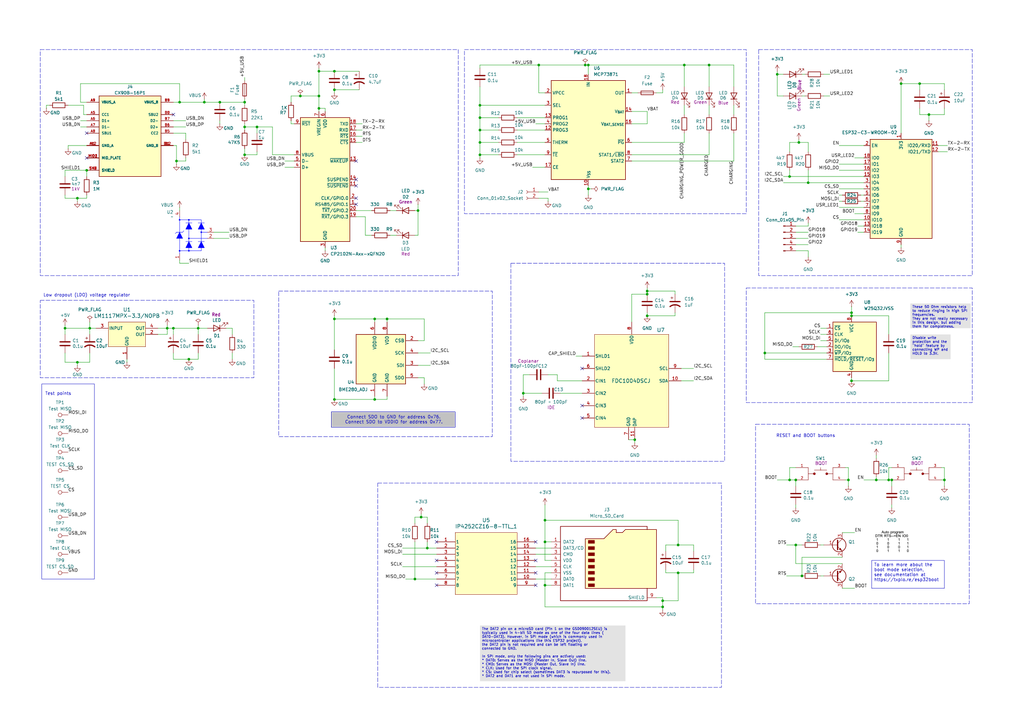
<source format=kicad_sch>
(kicad_sch (version 20250114) (generator "eeschema") (generator_version "9.0")
  (paper "A3")
  (title_block (title "SE Capacitive Sensor for WMC") (date "2025-03-04") (company "Schwengle-Electronics") (comment 1 "ing.Gianfranco Schwengle(CID)"))
  (lib_symbols
    (symbol "2025-05-15_18-18-51:FDC1004DSCJ" (pin_names (offset 0.254))
      (property "Reference" "U" (at 0 2.54 0))
      (property "Value" "FDC1004DSCJ" (at 0 0 0))
      (symbol "FDC1004DSCJ_0_1"
        (pin output line (at -20.32 10.16 0) (length 5.08) (name "SHLD1") (number "1"))
        (pin output line (at -20.32 5.08 0) (length 5.08) (name "SHLD2") (number "6"))
        (pin input line (at -20.32 0 0) (length 5.08) (name "CIN1") (number "2"))
        (pin input line (at -20.32 -5.08 0) (length 5.08) (name "CIN2") (number "3"))
        (pin input line (at -20.32 -10.16 0) (length 5.08) (name "CIN3") (number "4"))
        (pin input line (at -20.32 -15.24 0) (length 5.08) (name "CIN4") (number "5"))
        (pin power_in line (at -1.27 -24.13 90) (length 5.08) (name "GND") (number "7"))
        (pin power_in line (at 0 24.13 270) (length 5.08) (name "VDD") (number "8"))
        (pin unspecified line (at 1.27 -24.13 90) (length 5.08) (name "DAP") (number "11"))
        (pin input line (at 20.32 5.08 180) (length 5.08) (name "SCL") (number "9"))
        (pin bidirectional line (at 20.32 0 180) (length 5.08) (name "SDA") (number "10"))
      )
    )
    (symbol "2025-05-20_17-07-44:IP4252CZ16-8-TTL_1" (pin_names (offset 0.254))
      (property "Reference" "U" (at 20.32 10.16 0))
      (property "Value" "IP4252CZ16-8-TTL_1" (at 20.32 7.62 0))
      (symbol "IP4252CZ16-8-TTL_1_0_1"
        (pin unspecified line (at 0 0 0) (length 7.62) (name "1") (number "1"))
        (pin unspecified line (at 0 -2.54 0) (length 7.62) (name "2") (number "2"))
        (pin unspecified line (at 0 -5.08 0) (length 7.62) (name "3") (number "3"))
        (pin unspecified line (at 0 -7.62 0) (length 7.62) (name "4") (number "4"))
        (pin unspecified line (at 0 -10.16 0) (length 7.62) (name "5") (number "5"))
        (pin unspecified line (at 0 -12.7 0) (length 7.62) (name "6") (number "6"))
        (pin unspecified line (at 0 -15.24 0) (length 7.62) (name "7") (number "7"))
        (pin unspecified line (at 0 -17.78 0) (length 7.62) (name "8") (number "8"))
        (pin unspecified line (at 40.64 0 180) (length 7.62) (name "16") (number "16"))
        (pin unspecified line (at 40.64 -2.54 180) (length 7.62) (name "15") (number "15"))
        (pin unspecified line (at 40.64 -5.08 180) (length 7.62) (name "14") (number "14"))
        (pin unspecified line (at 40.64 -7.62 180) (length 7.62) (name "13") (number "13"))
        (pin unspecified line (at 40.64 -10.16 180) (length 7.62) (name "12") (number "12"))
        (pin unspecified line (at 40.64 -12.7 180) (length 7.62) (name "11") (number "11"))
        (pin unspecified line (at 40.64 -15.24 180) (length 7.62) (name "10") (number "10"))
        (pin unspecified line (at 40.64 -17.78 180) (length 7.62) (name "9") (number "9"))
      )
    )
    (symbol "Battery_Management:MCP73871"
      (property "Reference" "U" (at -7.62 24.13 0))
      (property "Value" "MCP73871" (at -15.24 21.59 0))
      (symbol "MCP73871_1_1"
        (pin input line (at -17.78 15.24 0) (length 2.54) (name "VPCC") (number "2"))
        (pin input line (at -17.78 10.16 0) (length 2.54) (name "SEL") (number "3"))
        (pin bidirectional line (at -17.78 5.08 0) (length 2.54) (name "PROG1") (number "13"))
        (pin input line (at -17.78 2.54 0) (length 2.54) (name "PROG2") (number "4"))
        (pin bidirectional line (at -17.78 0 0) (length 2.54) (name "PROG3") (number "12"))
        (pin bidirectional line (at -17.78 -5.08 0) (length 2.54) (name "THERM") (number "5"))
        (pin input line (at -17.78 -10.16 0) (length 2.54) (name "~{TE}") (number "9"))
        (pin input line (at -17.78 -15.24 0) (length 2.54) (name "CE") (number "17"))
        (pin power_in line (at 0 22.86 270) (length 2.54) (name "IN") (number "18"))
        (pin passive line (at 0 22.86 270) (length 2.54) (hide yes) (name "IN") (number "19"))
        (pin power_in line (at 0 -22.86 90) (length 2.54) (name "V_{SS}") (number "10"))
        (pin passive line (at 0 -22.86 90) (length 2.54) (hide yes) (name "V_{SS}") (number "11"))
        (pin passive line (at 0 -22.86 90) (length 2.54) (hide yes) (name "V_{SS}") (number "21"))
        (pin power_out line (at 17.78 15.24 180) (length 2.54) (name "OUT") (number "1"))
        (pin passive line (at 17.78 15.24 180) (length 2.54) (hide yes) (name "OUT") (number "20"))
        (pin power_out line (at 17.78 7.62 180) (length 2.54) (name "V_{BAT}") (number "14"))
        (pin passive line (at 17.78 7.62 180) (length 2.54) (hide yes) (name "V_{BAT}") (number "15"))
        (pin input line (at 17.78 2.54 180) (length 2.54) (name "V_{BAT_SENSE}") (number "16"))
        (pin open_collector line (at 17.78 -5.08 180) (length 2.54) (name "~{PG}") (number "6"))
        (pin open_collector line (at 17.78 -10.16 180) (length 2.54) (name "STAT1/~{LBO}") (number "8"))
        (pin open_collector line (at 17.78 -12.7 180) (length 2.54) (name "STAT2") (number "7"))
      )
    )
    (symbol "Connector:Conn_01x02_Socket" (pin_names (offset 1.016) (hide yes))
      (property "Reference" "J" (at 0 2.54 0))
      (property "Value" "Conn_01x02_Socket" (at 0 -5.08 0))
      (symbol "Conn_01x02_Socket_1_1"
        (pin passive line (at -5.08 0 0) (length 3.81) (name "Pin_1") (number "1"))
        (pin passive line (at -5.08 -2.54 0) (length 3.81) (name "Pin_2") (number "2"))
      )
    )
    (symbol "Connector:Conn_01x05_Pin" (pin_names (offset 1.016) (hide yes))
      (property "Reference" "J" (at 0 7.62 0))
      (property "Value" "Conn_01x05_Pin" (at 0 -7.62 0))
      (symbol "Conn_01x05_Pin_1_1"
        (pin passive line (at 5.08 5.08 180) (length 3.81) (name "Pin_1") (number "1"))
        (pin passive line (at 5.08 2.54 180) (length 3.81) (name "Pin_2") (number "2"))
        (pin passive line (at 5.08 0 180) (length 3.81) (name "Pin_3") (number "3"))
        (pin passive line (at 5.08 -2.54 180) (length 3.81) (name "Pin_4") (number "4"))
        (pin passive line (at 5.08 -5.08 180) (length 3.81) (name "Pin_5") (number "5"))
      )
    )
    (symbol "Connector:Micro_SD_Card" (pin_names (offset 1.016))
      (property "Reference" "J" (at -16.51 15.24 0))
      (property "Value" "Micro_SD_Card" (at 16.51 15.24 0))
      (symbol "Micro_SD_Card_1_1"
        (pin bidirectional line (at -22.86 7.62 0) (length 3.81) (name "DAT2") (number "1"))
        (pin bidirectional line (at -22.86 5.08 0) (length 3.81) (name "DAT3/CD") (number "2"))
        (pin input line (at -22.86 2.54 0) (length 3.81) (name "CMD") (number "3"))
        (pin power_in line (at -22.86 0 0) (length 3.81) (name "VDD") (number "4"))
        (pin input line (at -22.86 -2.54 0) (length 3.81) (name "CLK") (number "5"))
        (pin power_in line (at -22.86 -5.08 0) (length 3.81) (name "VSS") (number "6"))
        (pin bidirectional line (at -22.86 -7.62 0) (length 3.81) (name "DAT0") (number "7"))
        (pin bidirectional line (at -22.86 -10.16 0) (length 3.81) (name "DAT1") (number "8"))
        (pin passive line (at 20.32 -15.24 180) (length 3.81) (name "SHIELD") (number "9"))
      )
    )
    (symbol "Connector:TestPoint" (pin_numbers (hide yes)) (pin_names (offset 0.762) (hide yes))
      (property "Reference" "TP" (at 0 6.858 0))
      (property "Value" "TestPoint" (at 0 5.08 0))
      (symbol "TestPoint_1_1"
        (pin passive line (at 0 0 90) (length 2.54) (name "1") (number "1"))
      )
    )
    (symbol "Device:C" (pin_numbers (hide yes)) (pin_names (offset 0.254))
      (property "Reference" "C" (at 0.635 2.54 0))
      (property "Value" "C" (at 0.635 -2.54 0))
      (symbol "C_1_1"
        (pin passive line (at 0 3.81 270) (length 2.794) (name "~") (number "1"))
        (pin passive line (at 0 -3.81 90) (length 2.794) (name "~") (number "2"))
      )
    )
    (symbol "Device:C_Polarized_US" (pin_numbers (hide yes)) (pin_names (offset 0.254) (hide yes))
      (property "Reference" "C" (at 0.635 2.54 0))
      (property "Value" "C_Polarized_US" (at 0.635 -2.54 0))
      (symbol "C_Polarized_US_1_1"
        (pin passive line (at 0 3.81 270) (length 2.794) (name "~") (number "1"))
        (pin passive line (at 0 -3.81 90) (length 3.302) (name "~") (number "2"))
      )
    )
    (symbol "Device:Fuse" (pin_numbers (hide yes)) (pin_names (offset 0))
      (property "Reference" "F" (at 2.032 0 90))
      (property "Value" "Fuse" (at -1.905 0 90))
      (symbol "Fuse_1_1"
        (pin passive line (at 0 3.81 270) (length 1.27) (name "~") (number "1"))
        (pin passive line (at 0 -3.81 90) (length 1.27) (name "~") (number "2"))
      )
    )
    (symbol "Device:LED" (pin_numbers (hide yes)) (pin_names (offset 1.016) (hide yes))
      (property "Reference" "D" (at 0 2.54 0))
      (property "Value" "LED" (at 0 -2.54 0))
      (symbol "LED_1_1"
        (pin passive line (at -3.81 0 0) (length 2.54) (name "K") (number "1"))
        (pin passive line (at 3.81 0 180) (length 2.54) (name "A") (number "2"))
      )
    )
    (symbol "Device:R" (pin_numbers (hide yes)) (pin_names (offset 0))
      (property "Reference" "R" (at 2.032 0 90))
      (property "Value" "R" (at 0 0 90))
      (symbol "R_1_1"
        (pin passive line (at 0 3.81 270) (length 1.27) (name "~") (number "1"))
        (pin passive line (at 0 -3.81 90) (length 1.27) (name "~") (number "2"))
      )
    )
    (symbol "HvA_R4_library:PRTR5V0U2X,215"
      (property "Reference" "U" (at 0 15.24 0))
      (property "MFN" "Nexperia USA Inc." (at 0 15.24 0))
      (property "MPN" "PRTR5V0U2X,215" (at 0 15.24 0))
      (property "SPN" "1727-3884-1-ND" (at 0 15.24 0))
      (property "LCSC" "C12333" (at 0 15.24 0))
      (property "Unidirectional Channels" "2" (at 0 15.24 0))
      (property "Voltage - reverse Standoff" "5.5V" (at 0 15.24 0))
      (property "Voltage - breakdown" "6V" (at 0 15.24 0))
      (symbol "PRTR5V0U2X,215_1_1"
        (pin bidirectional line (at -13.97 1.27 0) (length 2.54) (name "") (number "3"))
        (pin bidirectional line (at -13.97 -1.27 0) (length 2.54) (name "") (number "2"))
        (pin bidirectional line (at 0 10.16 270) (length 2.54) (name "") (number "4"))
        (pin bidirectional line (at 0 -10.16 90) (length 2.54) (name "") (number "1"))
      )
    )
    (symbol "Interface_USB:CP2102N-Axx-xQFN20"
      (property "Reference" "U" (at -8.89 26.67 0))
      (property "Value" "CP2102N-Axx-xQFN20" (at 12.7 26.67 0))
      (symbol "CP2102N-Axx-xQFN20_1_1"
        (pin input line (at -12.7 22.86 0) (length 2.54) (name "~{RST}") (number "9"))
        (pin input line (at -12.7 10.16 0) (length 2.54) (name "VBUS") (number "8"))
        (pin bidirectional line (at -12.7 7.62 0) (length 2.54) (name "D-") (number "5"))
        (pin bidirectional line (at -12.7 5.08 0) (length 2.54) (name "D+") (number "4"))
        (pin no_connect line (at -10.16 -22.86 0) (length 2.54) (hide yes) (name "NC") (number "10"))
        (pin power_in line (at -2.54 27.94 270) (length 2.54) (name "VREGIN") (number "7"))
        (pin power_in line (at 0 27.94 270) (length 2.54) (name "VDD") (number "6"))
        (pin passive line (at 0 -27.94 90) (length 2.54) (hide yes) (name "GND") (number "12"))
        (pin passive line (at 0 -27.94 90) (length 2.54) (hide yes) (name "GND") (number "21"))
        (pin power_in line (at 0 -27.94 90) (length 2.54) (name "GND") (number "3"))
        (pin output line (at 12.7 22.86 180) (length 2.54) (name "TXD") (number "18"))
        (pin input line (at 12.7 20.32 180) (length 2.54) (name "RXD") (number "17"))
        (pin output line (at 12.7 17.78 180) (length 2.54) (name "~{RTS}") (number "16"))
        (pin input line (at 12.7 15.24 180) (length 2.54) (name "~{CTS}") (number "15"))
        (pin input line (at 12.7 7.62 180) (length 2.54) (name "~{WAKEUP}") (number "13"))
        (pin output line (at 12.7 0 180) (length 2.54) (name "SUSPEND") (number "14"))
        (pin output line (at 12.7 -2.54 180) (length 2.54) (name "~{SUSPEND}") (number "11"))
        (pin bidirectional line (at 12.7 -7.62 180) (length 2.54) (name "CLK/GPIO.0") (number "2"))
        (pin bidirectional line (at 12.7 -10.16 180) (length 2.54) (name "RS485/GPIO.1") (number "1"))
        (pin bidirectional line (at 12.7 -12.7 180) (length 2.54) (name "~{TXT}/GPIO.2") (number "20"))
        (pin bidirectional line (at 12.7 -15.24 180) (length 2.54) (name "~{RXT}/GPIO.3") (number "19"))
      )
    )
    (symbol "Memory_Flash:W25Q32JVSS"
      (property "Reference" "U" (at -6.35 11.43 0))
      (property "Value" "W25Q32JVSS" (at 7.62 11.43 0))
      (symbol "W25Q32JVSS_1_1"
        (pin input line (at -10.16 7.62 0) (length 2.54) (name "~{CS}") (number "1"))
        (pin input line (at -10.16 5.08 0) (length 2.54) (name "CLK") (number "6"))
        (pin bidirectional line (at -10.16 2.54 0) (length 2.54) (name "DI/IO_{0}") (number "5"))
        (pin bidirectional line (at -10.16 0 0) (length 2.54) (name "DO/IO_{1}") (number "2"))
        (pin bidirectional line (at -10.16 -2.54 0) (length 2.54) (name "~{WP}/IO_{2}") (number "3"))
        (pin bidirectional line (at -10.16 -5.08 0) (length 2.54) (name "~{HOLD}/~{RESET}/IO_{3}") (number "7"))
        (pin power_in line (at 0 12.7 270) (length 2.54) (name "VCC") (number "8"))
        (pin power_in line (at 0 -12.7 90) (length 2.54) (name "GND") (number "4"))
      )
    )
    (symbol "RF_Module:ESP32-C3-WROOM-02"
      (property "Reference" "U" (at -12.192 21.336 0))
      (property "Value" "ESP32-C3-WROOM-02" (at 12.192 21.336 0))
      (symbol "ESP32-C3-WROOM-02_1_1"
        (pin input line (at -15.24 17.78 0) (length 2.54) (name "EN") (number "2"))
        (pin bidirectional line (at -15.24 12.7 0) (length 2.54) (name "IO0") (number "18"))
        (pin bidirectional line (at -15.24 10.16 0) (length 2.54) (name "IO1") (number "17"))
        (pin bidirectional line (at -15.24 7.62 0) (length 2.54) (name "IO2") (number "16"))
        (pin bidirectional line (at -15.24 5.08 0) (length 2.54) (name "IO3") (number "15"))
        (pin bidirectional line (at -15.24 2.54 0) (length 2.54) (name "IO4") (number "3"))
        (pin bidirectional line (at -15.24 0 0) (length 2.54) (name "IO5") (number "4"))
        (pin bidirectional line (at -15.24 -2.54 0) (length 2.54) (name "IO6") (number "5"))
        (pin bidirectional line (at -15.24 -5.08 0) (length 2.54) (name "IO7") (number "6"))
        (pin bidirectional line (at -15.24 -7.62 0) (length 2.54) (name "IO8") (number "7"))
        (pin bidirectional line (at -15.24 -10.16 0) (length 2.54) (name "IO9") (number "8"))
        (pin bidirectional line (at -15.24 -12.7 0) (length 2.54) (name "IO10") (number "10"))
        (pin bidirectional line (at -15.24 -15.24 0) (length 2.54) (name "IO18") (number "13"))
        (pin bidirectional line (at -15.24 -17.78 0) (length 2.54) (name "IO19") (number "14"))
        (pin power_in line (at 0 22.86 270) (length 2.54) (name "3V3") (number "1"))
        (pin passive line (at 0 -22.86 90) (length 2.54) (hide yes) (name "GND") (number "19"))
        (pin power_in line (at 0 -22.86 90) (length 2.54) (name "GND") (number "9"))
        (pin bidirectional line (at 15.24 17.78 180) (length 2.54) (name "IO20/RXD") (number "11"))
        (pin bidirectional line (at 15.24 15.24 180) (length 2.54) (name "IO21/TXD") (number "12"))
      )
    )
    (symbol "SparkFun-Capacitor:C" (pin_numbers (hide yes)) (pin_names (offset 0.254))
      (property "Reference" "C" (at 0.635 2.54 0))
      (property "Value" "C" (at 0.635 -2.54 0))
      (property "Voltage" "1kV" (at 0 -6.35 0))
      (property "Tolerance" "100%" (at 0 -8.89 0))
      (symbol "C_1_1"
        (pin passive line (at 0 3.81 270) (length 2.794) (name "~") (number "1"))
        (pin passive line (at 0 -3.81 90) (length 2.794) (name "~") (number "2"))
      )
    )
    (symbol "TL3305AF260QG_1" (pin_names (offset 1.016))
      (property "Reference" "SW" (at -5.08 5.08 0))
      (property "Value" "TL3305AF260QG" (at -5.08 -5.08 0))
      (symbol "TL3305AF260QG_1_0_0"
        (pin passive line (at -10.16 2.54 0) (length 5.08) (name "~") (number "1"))
        (pin passive line (at -10.16 -2.54 0) (length 5.08) (name "~") (number "2"))
        (pin passive line (at 10.16 2.54 180) (length 5.08) (name "~") (number "3"))
        (pin passive line (at 10.16 -2.54 180) (length 5.08) (name "~") (number "4"))
      )
    )
    (symbol "Transistor_BJT:BC817" (pin_names (offset 0) (hide yes))
      (property "Reference" "Q" (at 5.08 1.905 0))
      (property "Value" "BC817" (at 5.08 0 0))
      (symbol "BC817_1_1"
        (pin input line (at -5.08 0 0) (length 5.715) (name "B") (number "1"))
        (pin passive line (at 2.54 5.08 270) (length 2.54) (name "C") (number "3"))
        (pin passive line (at 2.54 -5.08 90) (length 2.54) (name "E") (number "2"))
      )
    )
    (symbol "power:+3V3" (power) (pin_numbers (hide yes)) (pin_names (offset 0) (hide yes))
      (property "Value" "+3V3" (at 0 3.556 0))
      (symbol "+3V3_1_1"
        (pin power_in line (at 0 0 90) (length 0) (name "~") (number "1"))
      )
    )
    (symbol "power:+5V" (power) (pin_numbers (hide yes)) (pin_names (offset 0) (hide yes))
      (property "Value" "+5V" (at 0 3.556 0))
      (symbol "+5V_1_1"
        (pin power_in line (at 0 0 90) (length 0) (name "~") (number "1"))
      )
    )
    (symbol "power:GND" (power) (pin_numbers (hide yes)) (pin_names (offset 0) (hide yes))
      (property "Value" "GND" (at 0 -3.81 0))
      (symbol "GND_1_1"
        (pin power_in line (at 0 0 270) (length 0) (name "~") (number "1"))
      )
    )
    (symbol "power:PWR_FLAG" (power) (pin_numbers (hide yes)) (pin_names (offset 0) (hide yes))
      (property "Value" "PWR_FLAG" (at 0 3.81 0))
      (symbol "PWR_FLAG_0_0"
        (pin power_out line (at 0 0 90) (length 0) (name "~") (number "1"))
      )
    )
    (symbol "power:VBUS" (power) (pin_numbers (hide yes)) (pin_names (offset 0) (hide yes))
      (property "Value" "VBUS" (at 0 3.556 0))
      (symbol "VBUS_1_1"
        (pin power_in line (at 0 0 90) (length 0) (name "~") (number "1"))
      )
    )
    (symbol "schwengle-electronics:BME280_ADJ"
      (property "Reference" "U" (at -8.89 11.43 0))
      (property "Value" "BME280_ADJ" (at 7.62 11.43 0))
      (symbol "BME280_ADJ_1_1"
        (pin power_in line (at -2.54 15.24 270) (length 5.08) (name "VDDIO") (number "6"))
        (pin power_in line (at -2.54 -15.24 90) (length 5.08) (name "GND") (number "1"))
        (pin power_in line (at 2.54 15.24 270) (length 5.08) (name "VDD") (number "8"))
        (pin power_in line (at 2.54 -15.24 90) (length 5.08) (name "GND") (number "7"))
        (pin input line (at 15.24 7.62 180) (length 5.08) (name "CSB") (number "2"))
        (pin input line (at 15.24 2.54 180) (length 5.08) (name "SCK") (number "4"))
        (pin bidirectional line (at 15.24 -2.54 180) (length 5.08) (name "SDI") (number "3"))
        (pin bidirectional line (at 15.24 -7.62 180) (length 5.08) (name "SDO") (number "5"))
      )
    )
    (symbol "schwengle-electronics:CX90B-16P1" (pin_names (offset 1.016))
      (property "Reference" "J" (at -12.7 16.002 0))
      (property "Value" "CX90B-16P1" (at -12.7 -20.32 0))
      (symbol "CX90B-16P1_0_0"
        (pin power_in line (at -17.78 12.7 0) (length 5.08) (name "VBUS_A") (number "A4"))
        (pin power_in line (at -17.78 12.7 0) (length 5.08) (name "VBUS_A") (number "A9"))
        (pin bidirectional line (at -17.78 7.62 0) (length 5.08) (name "CC1") (number "A5"))
        (pin bidirectional line (at -17.78 5.08 0) (length 5.08) (name "D1+") (number "A6"))
        (pin bidirectional line (at -17.78 2.54 0) (length 5.08) (name "D1-") (number "A7"))
        (pin bidirectional line (at -17.78 0 0) (length 5.08) (name "SBU1") (number "A8"))
        (pin power_in line (at -17.78 -5.08 0) (length 5.08) (name "GND_A") (number "A1"))
        (pin power_in line (at -17.78 -5.08 0) (length 5.08) (name "GND_A") (number "A12"))
        (pin passive line (at -17.78 -10.16 0) (length 5.08) (name "MID_PLATE") (number "MID1"))
        (pin passive line (at -17.78 -10.16 0) (length 5.08) (name "MID_PLATE") (number "MID2"))
        (pin passive line (at -17.78 -15.24 0) (length 5.08) (name "SHIELD") (number "SH1"))
        (pin passive line (at -17.78 -15.24 0) (length 5.08) (name "SHIELD") (number "SH2"))
        (pin passive line (at -17.78 -15.24 0) (length 5.08) (name "SHIELD") (number "SH3"))
        (pin passive line (at -17.78 -15.24 0) (length 5.08) (name "SHIELD") (number "SH4"))
        (pin passive line (at -17.78 -15.24 0) (length 5.08) (name "SHIELD") (number "SH5"))
        (pin passive line (at -17.78 -15.24 0) (length 5.08) (name "SHIELD") (number "SH6"))
        (pin power_in line (at 17.78 12.7 180) (length 5.08) (name "VBUS_B") (number "B4"))
        (pin power_in line (at 17.78 12.7 180) (length 5.08) (name "VBUS_B") (number "B9"))
        (pin bidirectional line (at 17.78 7.62 180) (length 5.08) (name "SBU2") (number "B8"))
        (pin bidirectional line (at 17.78 5.08 180) (length 5.08) (name "D2-") (number "B7"))
        (pin bidirectional line (at 17.78 2.54 180) (length 5.08) (name "D2+") (number "B6"))
        (pin bidirectional line (at 17.78 0 180) (length 5.08) (name "CC2") (number "B5"))
        (pin power_in line (at 17.78 -5.08 180) (length 5.08) (name "GND_B") (number "B1"))
        (pin power_in line (at 17.78 -5.08 180) (length 5.08) (name "GND_B") (number "B12"))
      )
    )
    (symbol "schwengle-electronics:LM1117MPX-3.3_NOPB" (pin_names (offset 0.254))
      (property "Reference" "U" (at -0.254 12.446 0))
      (property "Value" "LM1117MPX-3.3/NOPB" (at -0.508 9.652 0))
      (symbol "LM1117MPX-3.3_NOPB_0_1"
        (pin power_in line (at -12.7 2.54 0) (length 5.08) (name "INPUT") (number "3"))
        (pin power_in line (at 0 -10.16 90) (length 5.08) (name "GND") (number "1"))
        (pin power_in line (at 12.7 2.54 180) (length 5.08) (name "OUT") (number "4"))
        (pin power_in line (at 12.7 0 180) (length 5.08) (name "OUT") (number "2"))
      )
    )
  )
  (rectangle (start 114.3 119.38) (end 201.93 179.07) (stroke (width 0) (type dash)))
  (rectangle (start 135.89 168.91) (end 186.69 175.26) (fill (type color) (color 194 194 194 1)))
  (rectangle (start 16.51 20.32) (end 187.96 113.03) (stroke (width 0) (type dash)))
  (rectangle (start 154.94 198.12) (end 295.91 281.94) (stroke (width 0) (type dash)))
  (rectangle (start 311.15 20.32) (end 398.78 113.03) (stroke (width 0) (type dash)))
  (rectangle (start 17.145 157.48) (end 38.735 237.49))
  (rectangle (start 16.51 123.19) (end 104.14 154.94) (stroke (width 0) (type dash)))
  (rectangle (start 190.5 20.32) (end 306.07 87.63) (stroke (width 0) (type dash)))
  (rectangle (start 306.07 118.11) (end 398.78 165.1) (stroke (width 0) (type dash)))
  (rectangle (start 209.55 107.95) (end 297.18 189.23) (stroke (width 0) (type dash)))
  (rectangle (start 309.88 173.99) (end 397.51 247.65) (stroke (width 0) (type dash)))
  (text "RESET and BOOT buttons" (at 330.454 178.816 0) (effects (font (size 1.27 1.27))))
  (text "Low dropout (LDO) voltage regulator" (at 35.56 121.158 0) (effects (font (size 1.27 1.27))))
  (text "Connect SDO to GND for address 0x76.\nConnect SDO to VDDIO for address 0x77." (at 161.544 172.212 0) (effects (font (size 1.27 1.27))))
  (text "Test points" (at 23.876 161.544 0) (effects (font (size 1.27 1.27))))
  (text_box "These 50 Ohm resistors help to reduce ringing in high SPI frequencies. \nThey are not really necessary in this design, but adding them for completness." (at 373.38 124.46 0) (size 24.765 10.16) (margins 0.7499 0.7499 0.7499 0.7499) (stroke (width -0.0001)) (fill (type color) (color 194 194 194 0.45)) (effects (font (size 1 1)) (justify left top)))
  (text_box "Disable write protection and the \"hold\" feature by connecting WP and HOLD to 3.3V." (at 373.38 137.16 0) (size 16.51 10.16) (margins 0.7499 0.7499 0.7499 0.7499) (stroke (width -0.0001)) (fill (type color) (color 194 194 194 0.45)) (effects (font (size 1 1)) (justify left top)))
  (text_box "To learn more about the boot mode selection,\nsee documentation at https://txplo.re/esp32boot" (at 357.505 229.87 0) (size 29.845 11.43) (margins 0.9525 0.9525 0.9525 0.9525) (effects (font (size 1.27 1.27)) (justify left top)))
  (text_box "The DAT2 pin on a microSD card (Pin 1 on the GSD090012SEU) is \ntypically used in 4-bit SD mode as one of the four data lines (\nDAT0-DAT3). However, in SPI mode (which is commonly used in \nmicrocontroller applications like this ESP32 project), \nthe DAT2 pin is not required and can be left floating or \nconnected to GND. \n\nIn SPI mode, only the following pins are actively used:\n* DAT0: Serves as the MISO (Master In, Slave Out) line.\n* CMD: Serves as the MOSI (Master Out, Slave In) line.\n* CLK: Used for the SPI clock signal.\n* CS: Used for chip select (sometimes DAT3 is repurposed for this).\n* DAT2 and DAT1 are not used in SPI mode." (at 196.85 256.54 0) (size 59.69 22.86) (margins 0.7499 0.7499 0.7499 0.7499) (stroke (width -0.0001)) (fill (type color) (color 194 194 194 0.45)) (effects (font (size 1 1)) (justify left top)))
  (junction (at 223.52 240.03))
  (junction (at 130.81 44.45))
  (junction (at 90.17 41.91))
  (junction (at 290.83 26.67))
  (junction (at 280.67 26.67))
  (junction (at 387.35 196.85))
  (junction (at 326.39 223.52))
  (junction (at 196.85 63.5))
  (junction (at 265.43 120.65))
  (junction (at 271.78 246.38))
  (junction (at 72.39 66.04))
  (junction (at 223.52 213.36))
  (junction (at 265.43 119.38))
  (junction (at 349.25 128.27))
  (junction (at 223.52 222.25))
  (junction (at 71.12 134.62))
  (junction (at 241.3 26.67))
  (junction (at 36.83 134.62))
  (junction (at 331.47 74.93))
  (junction (at 170.18 237.49))
  (junction (at 137.16 163.83))
  (junction (at 359.41 196.85))
  (junction (at 364.49 196.85))
  (junction (at 326.39 196.85))
  (junction (at 105.41 52.07))
  (junction (at 31.75 148.59))
  (junction (at 271.78 248.92))
  (junction (at 323.85 72.39))
  (junction (at 35.56 69.85))
  (junction (at 31.75 81.28))
  (junction (at 196.85 58.42))
  (junction (at 123.19 39.37))
  (junction (at 130.81 29.21))
  (junction (at 278.13 223.52))
  (junction (at 196.85 43.18))
  (junction (at 137.16 36.83))
  (junction (at 313.69 144.78))
  (junction (at 81.28 134.62))
  (junction (at 349.25 129.54))
  (junction (at 73.66 41.91))
  (junction (at 318.77 30.48))
  (junction (at 196.85 53.34))
  (junction (at 153.67 163.83))
  (junction (at 153.67 130.81))
  (junction (at 137.16 29.21))
  (junction (at 158.75 130.81))
  (junction (at 260.35 180.34))
  (junction (at 196.85 48.26))
  (junction (at 377.19 34.29))
  (junction (at 214.63 161.29))
  (junction (at 265.43 129.54))
  (junction (at 130.81 39.37))
  (junction (at 328.93 236.22))
  (junction (at 220.98 26.67))
  (junction (at 381 46.99))
  (junction (at 327.66 58.42))
  (junction (at 83.82 41.91))
  (junction (at 241.3 77.47))
  (junction (at 68.58 134.62))
  (junction (at 175.26 224.79))
  (junction (at 100.33 63.5))
  (junction (at 349.25 156.21))
  (junction (at 369.57 34.29))
  (junction (at 137.16 130.81))
  (junction (at 26.67 134.62))
  (junction (at 347.98 196.85))
  (junction (at 172.72 212.09))
  (junction (at 100.33 41.91))
  (junction (at 278.13 234.95))
  (junction (at 323.85 196.85))
  (junction (at 365.76 196.85))
  (junction (at 77.47 147.32))
  (junction (at 100.33 52.07))
  (junction (at 240.03 26.67))
  (junction (at 171.45 86.36))
  (no_connect (at 219.71 240.03))
  (no_connect (at 71.12 46.99))
  (no_connect (at 146.05 76.2))
  (no_connect (at 238.76 171.45))
  (no_connect (at 238.76 151.13))
  (no_connect (at 35.56 54.61))
  (no_connect (at 35.56 64.77))
  (no_connect (at 219.71 229.87))
  (no_connect (at 179.07 229.87))
  (no_connect (at 219.71 234.95))
  (no_connect (at 146.05 66.04))
  (no_connect (at 146.05 73.66))
  (no_connect (at 179.07 222.25))
  (no_connect (at 179.07 234.95))
  (no_connect (at 238.76 166.37))
  (no_connect (at 146.05 83.82))
  (no_connect (at 219.71 222.25))
  (no_connect (at 146.05 81.28))
  (no_connect (at 179.07 240.03))
  (wire (pts (xy 278.13 234.95) (xy 278.13 246.38)))
  (wire (pts (xy 119.38 50.8) (xy 119.38 49.53)))
  (wire (pts (xy 27.94 59.69) (xy 35.56 59.69)))
  (wire (pts (xy 300.99 35.56) (xy 300.99 26.67)))
  (wire (pts (xy 111.76 63.5) (xy 111.76 52.07)))
  (wire (pts (xy 276.86 128.27) (xy 276.86 129.54)))
  (wire (pts (xy 137.16 130.81) (xy 153.67 130.81)))
  (wire (pts (xy 381 46.99) (xy 387.35 46.99)))
  (wire (pts (xy 377.19 46.99) (xy 381 46.99)))
  (wire (pts (xy 34.29 46.99) (xy 34.29 43.18)))
  (wire (pts (xy 381 46.99) (xy 381 49.53)))
  (wire (pts (xy 278.13 223.52) (xy 284.48 223.52)))
  (wire (pts (xy 344.17 85.09) (xy 354.33 85.09)))
  (wire (pts (xy 278.13 223.52) (xy 278.13 213.36)))
  (wire (pts (xy 35.56 41.91) (xy 33.02 41.91)))
  (wire (pts (xy 218.44 68.58) (xy 223.52 68.58)))
  (wire (pts (xy 165.1 232.41) (xy 179.07 232.41)))
  (wire (pts (xy 73.66 41.91) (xy 83.82 41.91)))
  (wire (pts (xy 349.25 125.73) (xy 349.25 128.27)))
  (wire (pts (xy 165.1 224.79) (xy 175.26 224.79)))
  (wire (pts (xy 223.52 240.03) (xy 226.06 240.03)))
  (wire (pts (xy 133.35 45.72) (xy 133.35 44.45)))
  (wire (pts (xy 71.12 134.62) (xy 71.12 137.16)))
  (wire (pts (xy 220.98 78.74) (xy 224.79 78.74)))
  (wire (pts (xy 344.17 67.31) (xy 354.33 67.31)))
  (wire (pts (xy 123.19 39.37) (xy 130.81 39.37)))
  (wire (pts (xy 137.16 36.83) (xy 137.16 38.1)))
  (wire (pts (xy 322.58 236.22) (xy 328.93 236.22)))
  (wire (pts (xy 71.12 52.07) (xy 76.2 52.07)))
  (wire (pts (xy 81.28 134.62) (xy 85.09 134.62)))
  (wire (pts (xy 137.16 29.21) (xy 147.32 29.21)))
  (wire (pts (xy 87.63 97.79) (xy 93.98 97.79)))
  (wire (pts (xy 105.41 52.07) (xy 111.76 52.07)))
  (wire (pts (xy 160.02 96.52) (xy 162.56 96.52)))
  (wire (pts (xy 36.83 144.78) (xy 36.83 148.59)))
  (wire (pts (xy 223.52 234.95) (xy 223.52 240.03)))
  (wire (pts (xy 321.31 74.93) (xy 331.47 74.93)))
  (wire (pts (xy 83.82 40.64) (xy 83.82 41.91)))
  (wire (pts (xy 165.1 227.33) (xy 179.07 227.33)))
  (wire (pts (xy 77.47 147.32) (xy 81.28 147.32)))
  (wire (pts (xy 336.55 223.52) (xy 337.82 223.52)))
  (wire (pts (xy 130.81 27.94) (xy 130.81 29.21)))
  (wire (pts (xy 259.08 45.72) (xy 265.43 45.72)))
  (wire (pts (xy 326.39 207.01) (xy 326.39 208.28)))
  (wire (pts (xy 365.76 196.85) (xy 365.76 199.39)))
  (wire (pts (xy 278.13 213.36) (xy 223.52 213.36)))
  (wire (pts (xy 130.81 44.45) (xy 130.81 45.72)))
  (wire (pts (xy 172.72 210.82) (xy 172.72 212.09)))
  (wire (pts (xy 158.75 132.08) (xy 158.75 130.81)))
  (wire (pts (xy 196.85 58.42) (xy 204.47 58.42)))
  (wire (pts (xy 318.77 196.85) (xy 323.85 196.85)))
  (wire (pts (xy 105.41 52.07) (xy 105.41 54.61)))
  (wire (pts (xy 326.39 191.77) (xy 323.85 191.77)))
  (wire (pts (xy 72.39 67.31) (xy 72.39 66.04)))
  (wire (pts (xy 344.17 80.01) (xy 345.44 80.01)))
  (wire (pts (xy 353.06 82.55) (xy 354.33 82.55)))
  (wire (pts (xy 35.56 81.28) (xy 35.56 80.01)))
  (wire (pts (xy 214.63 153.67) (xy 214.63 161.29)))
  (wire (pts (xy 36.83 134.62) (xy 36.83 137.16)))
  (wire (pts (xy 166.37 237.49) (xy 170.18 237.49)))
  (wire (pts (xy 276.86 129.54) (xy 265.43 129.54)))
  (wire (pts (xy 354.33 196.85) (xy 359.41 196.85)))
  (wire (pts (xy 331.47 92.71) (xy 326.39 92.71)))
  (wire (pts (xy 36.83 132.08) (xy 36.83 134.62)))
  (wire (pts (xy 377.19 34.29) (xy 377.19 36.83)))
  (wire (pts (xy 100.33 52.07) (xy 105.41 52.07)))
  (wire (pts (xy 377.19 44.45) (xy 377.19 46.99)))
  (wire (pts (xy 170.18 214.63) (xy 170.18 212.09)))
  (wire (pts (xy 365.76 207.01) (xy 365.76 208.28)))
  (wire (pts (xy 327.66 58.42) (xy 331.47 58.42)))
  (wire (pts (xy 220.98 26.67) (xy 220.98 38.1)))
  (wire (pts (xy 226.06 234.95) (xy 223.52 234.95)))
  (wire (pts (xy 300.99 66.04) (xy 259.08 66.04)))
  (wire (pts (xy 73.66 34.29) (xy 73.66 41.91)))
  (wire (pts (xy 223.52 240.03) (xy 223.52 248.92)))
  (wire (pts (xy 77.47 107.95) (xy 73.66 107.95)))
  (wire (pts (xy 130.81 29.21) (xy 137.16 29.21)))
  (wire (pts (xy 100.33 52.07) (xy 100.33 53.34)))
  (wire (pts (xy 278.13 246.38) (xy 271.78 246.38)))
  (wire (pts (xy 387.35 34.29) (xy 387.35 36.83)))
  (wire (pts (xy 219.71 237.49) (xy 226.06 237.49)))
  (wire (pts (xy 347.98 196.85) (xy 347.98 191.77)))
  (wire (pts (xy 364.49 196.85) (xy 365.76 196.85)))
  (wire (pts (xy 170.18 86.36) (xy 171.45 86.36)))
  (wire (pts (xy 241.3 77.47) (xy 242.57 77.47)))
  (wire (pts (xy 364.49 137.16) (xy 364.49 129.54)))
  (wire (pts (xy 313.69 147.32) (xy 313.69 144.78)))
  (wire (pts (xy 337.82 39.37) (xy 340.36 39.37)))
  (wire (pts (xy 35.56 69.85) (xy 35.56 72.39)))
  (wire (pts (xy 273.05 234.95) (xy 278.13 234.95)))
  (wire (pts (xy 284.48 234.95) (xy 284.48 233.68)))
  (wire (pts (xy 335.28 142.24) (xy 339.09 142.24)))
  (wire (pts (xy 271.78 245.11) (xy 269.24 245.11)))
  (wire (pts (xy 384.81 62.23) (xy 388.62 62.23)))
  (wire (pts (xy 196.85 35.56) (xy 196.85 43.18)))
  (wire (pts (xy 73.66 107.95) (xy 73.66 106.68)))
  (wire (pts (xy 290.83 26.67) (xy 280.67 26.67)))
  (wire (pts (xy 68.58 133.35) (xy 68.58 134.62)))
  (wire (pts (xy 387.35 44.45) (xy 387.35 46.99)))
  (wire (pts (xy 219.71 50.8) (xy 223.52 50.8)))
  (wire (pts (xy 81.28 137.16) (xy 81.28 134.62)))
  (wire (pts (xy 318.77 30.48) (xy 318.77 39.37)))
  (wire (pts (xy 87.63 95.25) (xy 93.98 95.25)))
  (wire (pts (xy 226.06 222.25) (xy 223.52 222.25)))
  (wire (pts (xy 229.87 161.29) (xy 238.76 161.29)))
  (wire (pts (xy 130.81 39.37) (xy 130.81 44.45)))
  (wire (pts (xy 33.02 41.91) (xy 33.02 34.29)))
  (wire (pts (xy 331.47 69.85) (xy 331.47 74.93)))
  (wire (pts (xy 76.2 54.61) (xy 71.12 54.61)))
  (wire (pts (xy 241.3 77.47) (xy 241.3 80.01)))
  (wire (pts (xy 364.49 144.78) (xy 364.49 156.21)))
  (wire (pts (xy 259.08 132.08) (xy 259.08 120.65)))
  (wire (pts (xy 223.52 229.87) (xy 223.52 222.25)))
  (wire (pts (xy 173.99 154.94) (xy 173.99 157.48)))
  (wire (pts (xy 344.17 77.47) (xy 354.33 77.47)))
  (wire (pts (xy 344.17 59.69) (xy 354.33 59.69)))
  (wire (pts (xy 137.16 163.83) (xy 153.67 163.83)))
  (wire (pts (xy 280.67 35.56) (xy 280.67 26.67)))
  (wire (pts (xy 386.08 196.85) (xy 387.35 196.85)))
  (wire (pts (xy 100.33 40.64) (xy 100.33 41.91)))
  (wire (pts (xy 130.81 29.21) (xy 130.81 39.37)))
  (wire (pts (xy 171.45 154.94) (xy 173.99 154.94)))
  (wire (pts (xy 137.16 130.81) (xy 137.16 143.51)))
  (wire (pts (xy 212.09 63.5) (xy 223.52 63.5)))
  (wire (pts (xy 170.18 96.52) (xy 171.45 96.52)))
  (wire (pts (xy 240.03 26.67) (xy 220.98 26.67)))
  (wire (pts (xy 326.39 95.25) (xy 331.47 95.25)))
  (wire (pts (xy 100.33 41.91) (xy 100.33 43.18)))
  (wire (pts (xy 313.69 128.27) (xy 349.25 128.27)))
  (wire (pts (xy 137.16 163.83) (xy 137.16 151.13)))
  (wire (pts (xy 120.65 50.8) (xy 119.38 50.8)))
  (wire (pts (xy 345.44 218.44) (xy 350.52 218.44)))
  (wire (pts (xy 273.05 226.06) (xy 273.05 223.52)))
  (wire (pts (xy 31.75 81.28) (xy 35.56 81.28)))
  (wire (pts (xy 347.98 199.39) (xy 347.98 196.85)))
  (wire (pts (xy 273.05 234.95) (xy 273.05 233.68)))
  (wire (pts (xy 387.35 34.29) (xy 377.19 34.29)))
  (wire (pts (xy 269.24 38.1) (xy 271.78 38.1)))
  (wire (pts (xy 265.43 128.27) (xy 265.43 129.54)))
  (wire (pts (xy 219.71 227.33) (xy 226.06 227.33)))
  (wire (pts (xy 171.45 149.86) (xy 176.53 149.86)))
  (wire (pts (xy 350.52 87.63) (xy 354.33 87.63)))
  (wire (pts (xy 146.05 55.88) (xy 148.59 55.88)))
  (wire (pts (xy 284.48 223.52) (xy 284.48 226.06)))
  (wire (pts (xy 90.17 49.53) (xy 90.17 50.8)))
  (wire (pts (xy 290.83 63.5) (xy 259.08 63.5)))
  (wire (pts (xy 322.58 223.52) (xy 326.39 223.52)))
  (wire (pts (xy 196.85 63.5) (xy 204.47 63.5)))
  (wire (pts (xy 72.39 66.04) (xy 72.39 59.69)))
  (wire (pts (xy 384.81 59.69) (xy 388.62 59.69)))
  (wire (pts (xy 95.25 137.16) (xy 95.25 134.62)))
  (wire (pts (xy 212.09 58.42) (xy 223.52 58.42)))
  (wire (pts (xy 27.94 60.96) (xy 27.94 59.69)))
  (wire (pts (xy 236.22 146.05) (xy 238.76 146.05)))
  (wire (pts (xy 137.16 129.54) (xy 137.16 130.81)))
  (wire (pts (xy 64.77 137.16) (xy 68.58 137.16)))
  (wire (pts (xy 196.85 26.67) (xy 196.85 27.94)))
  (wire (pts (xy 19.05 43.18) (xy 19.05 44.45)))
  (wire (pts (xy 369.57 100.33) (xy 369.57 101.6)))
  (wire (pts (xy 73.66 85.09) (xy 73.66 86.36)))
  (wire (pts (xy 204.47 48.26) (xy 196.85 48.26)))
  (wire (pts (xy 328.93 228.6) (xy 328.93 236.22)))
  (wire (pts (xy 158.75 130.81) (xy 153.67 130.81)))
  (wire (pts (xy 146.05 86.36) (xy 152.4 86.36)))
  (wire (pts (xy 273.05 223.52) (xy 278.13 223.52)))
  (wire (pts (xy 224.79 81.28) (xy 224.79 82.55)))
  (wire (pts (xy 276.86 119.38) (xy 276.86 120.65)))
  (wire (pts (xy 223.52 43.18) (xy 196.85 43.18)))
  (wire (pts (xy 26.67 134.62) (xy 36.83 134.62)))
  (wire (pts (xy 318.77 39.37) (xy 321.31 39.37)))
  (wire (pts (xy 31.75 149.86) (xy 31.75 148.59)))
  (wire (pts (xy 20.32 43.18) (xy 19.05 43.18)))
  (wire (pts (xy 345.44 241.3) (xy 350.52 241.3)))
  (wire (pts (xy 300.99 54.61) (xy 300.99 66.04)))
  (wire (pts (xy 228.6 156.21) (xy 238.76 156.21)))
  (wire (pts (xy 212.09 53.34) (xy 223.52 53.34)))
  (wire (pts (xy 257.81 180.34) (xy 260.35 180.34)))
  (wire (pts (xy 158.75 163.83) (xy 153.67 163.83)))
  (wire (pts (xy 259.08 38.1) (xy 261.62 38.1)))
  (wire (pts (xy 241.3 26.67) (xy 240.03 26.67)))
  (wire (pts (xy 353.06 80.01) (xy 354.33 80.01)))
  (wire (pts (xy 347.98 191.77) (xy 346.71 191.77)))
  (wire (pts (xy 26.67 72.39) (xy 26.67 69.85)))
  (wire (pts (xy 323.85 196.85) (xy 326.39 196.85)))
  (wire (pts (xy 26.67 69.85) (xy 35.56 69.85)))
  (wire (pts (xy 133.35 44.45) (xy 130.81 44.45)))
  (wire (pts (xy 279.4 156.21) (xy 284.48 156.21)))
  (wire (pts (xy 26.67 148.59) (xy 26.67 144.78)))
  (wire (pts (xy 387.35 196.85) (xy 387.35 191.77)))
  (wire (pts (xy 364.49 129.54) (xy 349.25 129.54)))
  (wire (pts (xy 68.58 134.62) (xy 71.12 134.62)))
  (wire (pts (xy 336.55 236.22) (xy 337.82 236.22)))
  (wire (pts (xy 196.85 58.42) (xy 196.85 63.5)))
  (wire (pts (xy 220.98 26.67) (xy 196.85 26.67)))
  (wire (pts (xy 149.86 88.9) (xy 146.05 88.9)))
  (wire (pts (xy 364.49 156.21) (xy 349.25 156.21)))
  (wire (pts (xy 71.12 144.78) (xy 71.12 147.32)))
  (wire (pts (xy 171.45 86.36) (xy 171.45 96.52)))
  (wire (pts (xy 212.09 48.26) (xy 223.52 48.26)))
  (wire (pts (xy 172.72 212.09) (xy 175.26 212.09)))
  (wire (pts (xy 331.47 102.87) (xy 331.47 105.41)))
  (wire (pts (xy 26.67 133.35) (xy 26.67 134.62)))
  (wire (pts (xy 196.85 53.34) (xy 204.47 53.34)))
  (wire (pts (xy 350.52 64.77) (xy 354.33 64.77)))
  (wire (pts (xy 26.67 148.59) (xy 31.75 148.59)))
  (wire (pts (xy 76.2 57.15) (xy 76.2 54.61)))
  (wire (pts (xy 153.67 130.81) (xy 153.67 132.08)))
  (wire (pts (xy 76.2 66.04) (xy 72.39 66.04)))
  (wire (pts (xy 119.38 39.37) (xy 119.38 41.91)))
  (wire (pts (xy 228.6 153.67) (xy 228.6 156.21)))
  (wire (pts (xy 359.41 196.85) (xy 364.49 196.85)))
  (wire (pts (xy 175.26 224.79) (xy 179.07 224.79)))
  (wire (pts (xy 116.84 68.58) (xy 120.65 68.58)))
  (wire (pts (xy 336.55 134.62) (xy 339.09 134.62)))
  (wire (pts (xy 278.13 234.95) (xy 284.48 234.95)))
  (wire (pts (xy 27.94 43.18) (xy 34.29 43.18)))
  (wire (pts (xy 328.93 30.48) (xy 330.2 30.48)))
  (wire (pts (xy 331.47 91.44) (xy 331.47 92.71)))
  (wire (pts (xy 33.02 34.29) (xy 73.66 34.29)))
  (wire (pts (xy 339.09 147.32) (xy 313.69 147.32)))
  (wire (pts (xy 170.18 212.09) (xy 172.72 212.09)))
  (wire (pts (xy 326.39 223.52) (xy 328.93 223.52)))
  (wire (pts (xy 214.63 161.29) (xy 214.63 162.56)))
  (wire (pts (xy 223.52 248.92) (xy 271.78 248.92)))
  (wire (pts (xy 346.71 196.85) (xy 347.98 196.85)))
  (wire (pts (xy 83.82 41.91) (xy 90.17 41.91)))
  (wire (pts (xy 290.83 35.56) (xy 290.83 26.67)))
  (wire (pts (xy 313.69 144.78) (xy 313.69 128.27)))
  (wire (pts (xy 344.17 69.85) (xy 354.33 69.85)))
  (wire (pts (xy 105.41 63.5) (xy 100.33 63.5)))
  (wire (pts (xy 265.43 119.38) (xy 276.86 119.38)))
  (wire (pts (xy 318.77 30.48) (xy 321.31 30.48)))
  (wire (pts (xy 387.35 196.85) (xy 387.35 199.39)))
  (wire (pts (xy 280.67 58.42) (xy 259.08 58.42)))
  (wire (pts (xy 323.85 62.23) (xy 323.85 58.42)))
  (wire (pts (xy 158.75 162.56) (xy 158.75 163.83)))
  (wire (pts (xy 328.93 39.37) (xy 330.2 39.37)))
  (wire (pts (xy 271.78 246.38) (xy 271.78 248.92)))
  (wire (pts (xy 349.25 128.27) (xy 349.25 129.54)))
  (wire (pts (xy 321.31 72.39) (xy 323.85 72.39)))
  (wire (pts (xy 337.82 30.48) (xy 340.36 30.48)))
  (wire (pts (xy 146.05 58.42) (xy 148.59 58.42)))
  (wire (pts (xy 171.45 139.7) (xy 173.99 139.7)))
  (wire (pts (xy 160.02 86.36) (xy 162.56 86.36)))
  (wire (pts (xy 119.38 39.37) (xy 123.19 39.37)))
  (wire (pts (xy 116.84 66.04) (xy 120.65 66.04)))
  (wire (pts (xy 26.67 137.16) (xy 26.67 134.62)))
  (wire (pts (xy 241.3 76.2) (xy 241.3 77.47)))
  (wire (pts (xy 265.43 118.11) (xy 265.43 119.38)))
  (wire (pts (xy 300.99 43.18) (xy 300.99 46.99)))
  (wire (pts (xy 31.75 81.28) (xy 31.75 82.55)))
  (wire (pts (xy 35.56 46.99) (xy 34.29 46.99)))
  (wire (pts (xy 219.71 224.79) (xy 226.06 224.79)))
  (wire (pts (xy 326.39 100.33) (xy 331.47 100.33)))
  (wire (pts (xy 336.55 139.7) (xy 339.09 139.7)))
  (wire (pts (xy 100.33 50.8) (xy 100.33 52.07)))
  (wire (pts (xy 280.67 54.61) (xy 280.67 58.42)))
  (wire (pts (xy 171.45 83.82) (xy 171.45 86.36)))
  (wire (pts (xy 152.4 96.52) (xy 149.86 96.52)))
  (wire (pts (xy 26.67 80.01) (xy 26.67 81.28)))
  (wire (pts (xy 105.41 62.23) (xy 105.41 63.5)))
  (wire (pts (xy 326.39 223.52) (xy 326.39 231.14)))
  (wire (pts (xy 326.39 102.87) (xy 331.47 102.87)))
  (wire (pts (xy 36.83 134.62) (xy 39.37 134.62)))
  (wire (pts (xy 146.05 50.8) (xy 148.59 50.8)))
  (wire (pts (xy 345.44 228.6) (xy 328.93 228.6)))
  (wire (pts (xy 73.66 41.91) (xy 71.12 41.91)))
  (wire (pts (xy 146.05 53.34) (xy 148.59 53.34)))
  (wire (pts (xy 300.99 26.67) (xy 290.83 26.67)))
  (wire (pts (xy 359.41 195.58) (xy 359.41 196.85)))
  (wire (pts (xy 351.79 95.25) (xy 354.33 95.25)))
  (wire (pts (xy 369.57 34.29) (xy 369.57 54.61)))
  (wire (pts (xy 33.02 49.53) (xy 35.56 49.53)))
  (wire (pts (xy 271.78 38.1) (xy 271.78 36.83)))
  (wire (pts (xy 226.06 229.87) (xy 223.52 229.87)))
  (wire (pts (xy 137.16 36.83) (xy 147.32 36.83)))
  (wire (pts (xy 170.18 222.25) (xy 170.18 237.49)))
  (wire (pts (xy 153.67 162.56) (xy 153.67 163.83)))
  (wire (pts (xy 271.78 245.11) (xy 271.78 246.38)))
  (wire (pts (xy 81.28 147.32) (xy 81.28 144.78)))
  (wire (pts (xy 364.49 191.77) (xy 364.49 196.85)))
  (wire (pts (xy 259.08 120.65) (xy 265.43 120.65)))
  (wire (pts (xy 214.63 161.29) (xy 222.25 161.29)))
  (wire (pts (xy 331.47 74.93) (xy 354.33 74.93)))
  (wire (pts (xy 171.45 144.78) (xy 176.53 144.78)))
  (wire (pts (xy 326.39 231.14) (xy 345.44 231.14)))
  (wire (pts (xy 196.85 43.18) (xy 196.85 48.26)))
  (wire (pts (xy 196.85 63.5) (xy 196.85 64.77)))
  (wire (pts (xy 158.75 130.81) (xy 173.99 130.81)))
  (wire (pts (xy 280.67 26.67) (xy 241.3 26.67)))
  (wire (pts (xy 323.85 69.85) (xy 323.85 72.39)))
  (wire (pts (xy 149.86 88.9) (xy 149.86 96.52)))
  (wire (pts (xy 344.17 82.55) (xy 345.44 82.55)))
  (wire (pts (xy 265.43 50.8) (xy 259.08 50.8)))
  (wire (pts (xy 223.52 207.01) (xy 223.52 213.36)))
  (wire (pts (xy 173.99 139.7) (xy 173.99 130.81)))
  (wire (pts (xy 100.33 60.96) (xy 100.33 63.5)))
  (wire (pts (xy 214.63 153.67) (xy 217.17 153.67)))
  (wire (pts (xy 290.83 43.18) (xy 290.83 46.99)))
  (wire (pts (xy 120.65 63.5) (xy 111.76 63.5)))
  (wire (pts (xy 64.77 134.62) (xy 68.58 134.62)))
  (wire (pts (xy 325.12 142.24) (xy 327.66 142.24)))
  (wire (pts (xy 220.98 81.28) (xy 224.79 81.28)))
  (wire (pts (xy 196.85 53.34) (xy 196.85 58.42)))
  (wire (pts (xy 327.66 57.15) (xy 327.66 58.42)))
  (wire (pts (xy 175.26 212.09) (xy 175.26 214.63)))
  (wire (pts (xy 336.55 137.16) (xy 339.09 137.16)))
  (wire (pts (xy 219.71 232.41) (xy 226.06 232.41)))
  (wire (pts (xy 365.76 191.77) (xy 364.49 191.77)))
  (wire (pts (xy 387.35 191.77) (xy 386.08 191.77)))
  (wire (pts (xy 71.12 49.53) (xy 76.2 49.53)))
  (wire (pts (xy 95.25 134.62) (xy 92.71 134.62)))
  (wire (pts (xy 359.41 186.69) (xy 359.41 187.96)))
  (wire (pts (xy 71.12 147.32) (xy 77.47 147.32)))
  (wire (pts (xy 290.83 54.61) (xy 290.83 63.5)))
  (wire (pts (xy 351.79 92.71) (xy 354.33 92.71)))
  (wire (pts (xy 31.75 148.59) (xy 36.83 148.59)))
  (wire (pts (xy 175.26 222.25) (xy 175.26 224.79)))
  (wire (pts (xy 241.3 30.48) (xy 241.3 26.67)))
  (wire (pts (xy 76.2 64.77) (xy 76.2 66.04)))
  (wire (pts (xy 260.35 180.34) (xy 260.35 181.61)))
  (wire (pts (xy 331.47 58.42) (xy 331.47 62.23)))
  (wire (pts (xy 100.33 31.75) (xy 100.33 33.02)))
  (wire (pts (xy 68.58 137.16) (xy 68.58 134.62)))
  (wire (pts (xy 170.18 237.49) (xy 179.07 237.49)))
  (wire (pts (xy 33.02 52.07) (xy 35.56 52.07)))
  (wire (pts (xy 81.28 133.35) (xy 81.28 134.62)))
  (wire (pts (xy 326.39 196.85) (xy 326.39 199.39)))
  (wire (pts (xy 26.67 81.28) (xy 31.75 81.28)))
  (wire (pts (xy 271.78 248.92) (xy 271.78 250.19)))
  (wire (pts (xy 279.4 151.13) (xy 284.48 151.13)))
  (wire (pts (xy 369.57 34.29) (xy 377.19 34.29)))
  (wire (pts (xy 196.85 48.26) (xy 196.85 53.34)))
  (wire (pts (xy 265.43 45.72) (xy 265.43 50.8)))
  (wire (pts (xy 223.52 38.1) (xy 220.98 38.1)))
  (wire (pts (xy 90.17 41.91) (xy 100.33 41.91)))
  (wire (pts (xy 223.52 213.36) (xy 223.52 222.25)))
  (wire (pts (xy 133.35 101.6) (xy 133.35 102.87)))
  (wire (pts (xy 280.67 43.18) (xy 280.67 46.99)))
  (wire (pts (xy 265.43 120.65) (xy 265.43 119.38)))
  (wire (pts (xy 344.17 90.17) (xy 354.33 90.17)))
  (wire (pts (xy 71.12 134.62) (xy 81.28 134.62)))
  (wire (pts (xy 52.07 147.32) (xy 52.07 148.59)))
  (wire (pts (xy 323.85 58.42) (xy 327.66 58.42)))
  (wire (pts (xy 323.85 72.39) (xy 354.33 72.39)))
  (wire (pts (xy 323.85 191.77) (xy 323.85 196.85)))
  (wire (pts (xy 72.39 59.69) (xy 71.12 59.69)))
  (wire (pts (xy 326.39 97.79) (xy 331.47 97.79)))
  (wire (pts (xy 318.77 29.21) (xy 318.77 30.48)))
  (wire (pts (xy 224.79 153.67) (xy 228.6 153.67)))
  (wire (pts (xy 349.25 154.94) (xy 349.25 156.21)))
  (wire (pts (xy 339.09 144.78) (xy 313.69 144.78)))
  (wire (pts (xy 95.25 144.78) (xy 95.25 147.32)))
  (image (at 365.76 222.25) (scale 0.332233))
  (label "USB_DP" (at 93.98 97.79 0))
  (label "GPIO18" (at 351.79 92.71 180))
  (label "RTS" (at 148.59 55.88 0))
  (label "USB_DN" (at 33.02 52.07 180))
  (label "SCLK" (at 336.55 137.16 180))
  (label "GPIO2" (at 344.17 67.31 180))
  (label "GPIO19" (at 351.79 95.25 180))
  (label "CS" (at 336.55 134.62 180))
  (label "I2C_SDA" (at 321.31 74.93 180))
  (label "I2C_SCL" (at 284.48 151.13 0))
  (label "MISO_DO" (at 27.94 177.8 0))
  (label "CS" (at 27.94 201.93 0))
  (label "USB_DP" (at 33.02 49.53 180))
  (label "TX-2-RX" (at 148.59 50.8 0))
  (label "GPIO18" (at 331.47 95.25 0))
  (label "I2C_SDA" (at 176.53 149.86 0))
  (label "MOSI_DI" (at 165.1 227.33 180))
  (label "SCLK" (at 165.1 232.41 180))
  (label "I2C_SDA" (at 284.48 156.21 0))
  (label "I2C_SCL" (at 176.53 144.78 0))
  (label "GPIO19" (at 331.47 97.79 0))
  (label "MOSI_DI" (at 344.17 82.55 180))
  (label "CHARGING" (at 300.99 66.04 270))
  (label "BOOT" (at 350.52 241.3 0))
  (label "+5V_USB" (at 218.44 68.58 180))
  (label "SHIELD1" (at 33.02 69.85 180))
  (label "RTS" (at 322.58 236.22 180))
  (label "GND" (at 27.94 234.95 0))
  (label "EN" (at 350.52 218.44 0))
  (label "USB_DP" (at 76.2 52.07 0))
  (label "+5V_USB" (at 218.44 26.67 180))
  (label "GPIO2" (at 331.47 100.33 0))
  (label "SCLK" (at 344.17 80.01 180))
  (label "MISO_DO" (at 325.12 142.24 180))
  (label "+5V_USB" (at 219.71 50.8 180))
  (label "MISO_DO" (at 344.17 69.85 180))
  (label "USB_DP" (at 116.84 68.58 180))
  (label "USR_LED1" (at 340.36 30.48 0))
  (label "EN" (at 354.33 196.85 180))
  (label "VBAT" (at 265.43 45.72 0))
  (label "VBAT" (at 224.79 78.74 0))
  (label "USB_DP" (at 27.94 212.09 0))
  (label "USB_DN" (at 93.98 95.25 0))
  (label "EN" (at 344.17 59.69 180))
  (label "USB_DN" (at 116.84 66.04 180))
  (label "MISO_DO" (at 166.37 237.49 180))
  (label "MOSI_DI" (at 27.94 170.18 0))
  (label "CHARGED" (at 290.83 63.5 270))
  (label "I2C_SCL" (at 321.31 72.39 180))
  (label "CS" (at 344.17 90.17 180))
  (label "SCLK" (at 27.94 185.42 0))
  (label "USR_LED1" (at 344.17 85.09 180))
  (label "USB_DN" (at 76.2 49.53 0))
  (label "TX-2-RX" (at 388.62 59.69 0))
  (label "RX-2-TX" (at 148.59 53.34 0))
  (label "MOSI_DI" (at 336.55 139.7 180))
  (label "SHIELD1" (at 77.47 107.95 0))
  (label "CS_SD" (at 344.17 77.47 180))
  (label "CAP_SHIELD" (at 236.22 146.05 180))
  (label "USR_LED2" (at 350.52 64.77 180))
  (label "DTS" (at 148.59 58.42 0))
  (label "DTS" (at 322.58 223.52 180))
  (label "RX-2-TX" (at 388.62 62.23 0))
  (label "CS_SD" (at 27.94 193.04 0))
  (label "BOOT" (at 350.52 87.63 180))
  (label "BOOT" (at 318.77 196.85 180))
  (label "USR_LED2" (at 340.36 39.37 0))
  (label "+5V_USB" (at 100.33 31.75 90))
  (label "VBUS" (at 27.94 227.33 0))
  (label "CHARGING_POWER_GOOD" (at 280.67 58.42 270))
  (label "CS_SD" (at 165.1 224.79 180))
  (label "USB_DN" (at 27.94 219.71 0))
  (symbol (lib_id "Device:R") (at 156.21 86.36 90) (unit 1)
    (property "Reference" "R8" (at 161.036 83.82 90) (effects (justify left)))
    (property "Value" "330" (at 155.702 83.82 90) (effects (justify left)))
    (property "Footprint" "Resistor_SMD:R_0805_2012Metric_Pad1.20x1.40mm_HandSolder" (effects (hide yes)))
    (property "Description" "Resistor" (effects (hide yes)))
    (property "Purpose" "Current limiting" (effects (hide yes)))
    (property "MFN" "Stackpole Electronics Inc" (effects (hide yes)))
    (property "MPN" "RMCF0805FT330K" (effects (hide yes)))
    (property "SPN" "RMCF0805FT330KCT-ND" (effects (hide yes)))
  )
  (symbol (lib_id "Device:C") (at 90.17 45.72 180) (unit 1)
    (property "Reference" "C6" (at 93.98 44.4499 0) (effects (justify right)))
    (property "Value" "0.1u" (at 93.98 46.9899 0) (effects (justify right)))
    (property "Footprint" "Capacitor_SMD:C_0805_2012Metric_Pad1.18x1.45mm_HandSolder" (effects (hide yes)))
    (property "Description" "Unpolarized capacitor" (effects (hide yes)))
    (property "MFN" "KEMET" (effects (hide yes)))
    (property "MPN" "C0805C104K4RACAUTO" (effects (hide yes)))
    (property "SPN" "399-C0805C104K4RACAUTOCT-ND" (effects (hide yes)))
  )
  (symbol (lib_id "Device:R") (at 208.28 48.26 90) (unit 1)
    (property "Reference" "R12" (at 203.2 46.482 90))
    (property "Value" "10k" (at 212.852 46.228 90))
    (property "Footprint" "Resistor_SMD:R_0805_2012Metric_Pad1.20x1.40mm_HandSolder" (effects (hide yes)))
    (property "Description" "10 kOhms ±1% 0,125W, 1/8W Chipweerstand 0805 (2012 metrisch) Automotive AEC-Q200 Dikkefilm" (effects (hide yes)))
    (property "MFN" "Stackpole Electronics Inc" (effects (hide yes)))
    (property "MPN" "RMCF0805FT10K0" (effects (hide yes)))
    (property "SPN" "RMCF0805FT10K0CT-ND" (effects (hide yes)))
  )
  (symbol (lib_id "Device:R") (at 300.99 50.8 180) (unit 1)
    (property "Reference" "R18" (at 297.434 49.784 0))
    (property "Value" "10k" (at 297.434 52.324 0))
    (property "Footprint" "Resistor_SMD:R_0805_2012Metric_Pad1.20x1.40mm_HandSolder" (effects (hide yes)))
    (property "Description" "10 kOhms ±1% 0,125W, 1/8W Chipweerstand 0805 (2012 metrisch) Automotive AEC-Q200 Dikkefilm" (effects (hide yes)))
    (property "MFN" "Stackpole Electronics Inc" (effects (hide yes)))
    (property "MPN" "RMCF0805FT10K0" (effects (hide yes)))
    (property "SPN" "RMCF0805FT10K0CT-ND" (effects (hide yes)))
  )
  (symbol (lib_id "Device:C") (at 26.67 76.2 0) (unit 1)
    (property "Reference" "C3" (at 29.21 73.406 0) (effects (justify left)))
    (property "Value" "4n7" (at 29.21 75.438 0) (effects (justify left)))
    (property "Footprint" "Capacitor_SMD:C_0805_2012Metric_Pad1.18x1.45mm_HandSolder" (effects (hide yes)))
    (property "Description" "4700 pF ±10% 50V Keramische condensators X7R 0805 (2012 metrisch)" (effects (hide yes)))
    (property "Vrating" "1kV" (at 30.988 77.47 0))
    (property "MFN" "KEMET" (effects (hide yes)))
    (property "MPN" "C0805C472K5RECAUTO" (effects (hide yes)))
    (property "SPN" "399-17884-1-ND" (effects (hide yes)))
  )
  (symbol (lib_id "Device:C") (at 284.48 229.87 0) (unit 1)
    (property "Reference" "C17" (at 287.528 228.6 0) (effects (justify left)))
    (property "Value" "0.1u" (at 287.528 230.886 0) (effects (justify left)))
    (property "Footprint" "Capacitor_SMD:C_0805_2012Metric_Pad1.18x1.45mm_HandSolder" (effects (hide yes)))
    (property "Description" "Unpolarized capacitor" (effects (hide yes)))
    (property "MFN" "KEMET" (effects (hide yes)))
    (property "MPN" "C0805C104K4RACAUTO" (effects (hide yes)))
    (property "SPN" "399-C0805C104K4RACAUTOCT-ND" (effects (hide yes)))
  )
  (symbol (lib_id "power:GND") (at 365.76 208.28 0) (unit 1)
    (property "Reference" "#PWR043" (effects (hide yes)))
    (property "Value" "GND" (at 365.76 213.36 0))
    (property "Description" "Power symbol creates a global label with name \"GND\" , ground" (effects (hide yes)))
  )
  (symbol (lib_id "power:GND") (at 326.39 208.28 0) (unit 1)
    (property "Reference" "#PWR037" (effects (hide yes)))
    (property "Value" "GND" (at 326.39 213.36 0))
    (property "Description" "Power symbol creates a global label with name \"GND\" , ground" (effects (hide yes)))
  )
  (symbol (lib_id "Device:R") (at 331.47 66.04 0) (unit 1)
    (property "Reference" "R20" (at 328.168 67.31 0))
    (property "Value" "4k7" (at 327.66 64.77 0))
    (property "Footprint" "Resistor_SMD:R_0805_2012Metric_Pad1.20x1.40mm_HandSolder" (effects (hide yes)))
    (property "Description" "4.7 kOhms ±1% 0,125W, 1/8W Chipweerstand 0805 (2012 metrisch) Automotive AEC-Q200 Dikkefilm" (effects (hide yes)))
    (property "MFN" "Stackpole Electronics Inc" (effects (hide yes)))
    (property "MPN" "RMCF0805FT4K70" (effects (hide yes)))
    (property "SPN" "RMCF0805FT4K70CT-ND" (effects (hide yes)))
  )
  (symbol (lib_id "Connector:Conn_01x02_Socket") (at 215.9 78.74 0) (mirror y) (unit 1)
    (property "Reference" "J2" (at 214.63 78.7399 0) (effects (justify left)))
    (property "Value" "Conn_01x02_Socket" (at 214.63 81.2799 0) (effects (justify left)))
    (property "Footprint" "schwengle-electronics:JST_S2B-PH-SM4-TB" (effects (hide yes)))
    (property "Description" "CONN HEADER SMD R/A 2POS 2MM" (effects (hide yes)))
    (property "MFN" "JST Sales America Inc." (effects (hide yes)))
    (property "MPN" "S2B-PH-SM4-TB" (effects (hide yes)))
    (property "SPN" "455-S2B-PH-SM4-TBCT-ND" (effects (hide yes)))
  )
  (symbol (lib_id "power:+3V3") (at 171.45 83.82 0) (unit 1)
    (property "Reference" "#PWR057" (effects (hide yes)))
    (property "Value" "+3V3" (at 171.45 78.74 0))
    (property "Description" "Power symbol creates a global label with name \"+3V3\"" (effects (hide yes)))
  )
  (symbol (lib_id "Device:C") (at 226.06 161.29 270) (unit 1)
    (property "Reference" "C13" (at 229.108 159.766 90))
    (property "Value" "80pF ~ 100pF" (at 226.06 164.846 90))
    (property "Footprint" "schwengle-electronics:Capacitive_Sensor_IDE_80pF~100pF" (effects (hide yes)))
    (property "Description" "Unpolarized capacitor" (effects (hide yes)))
    (property "Type" "IDE" (at 226.06 167.132 90))
  )
  (symbol (lib_id "power:+3V3") (at 369.57 34.29 0) (unit 1)
    (property "Reference" "#PWR044" (effects (hide yes)))
    (property "Value" "+3V3" (at 369.57 29.21 0))
    (property "Description" "Power symbol creates a global label with name \"+3V3\"" (effects (hide yes)))
  )
  (symbol (lib_id "Connector:TestPoint") (at 27.94 193.04 90) (unit 1)
    (property "Reference" "TP4" (at 24.638 187.96 90))
    (property "Value" "TEST CS_SD" (at 24.638 190.5 90))
    (property "Footprint" "TestPoint:TestPoint_Pad_D1.0mm" (effects (hide yes)))
    (property "Description" "test point" (effects (hide yes)))
  )
  (symbol (lib_id "power:+3V3") (at 137.16 129.54 0) (unit 1)
    (property "Reference" "#PWR022" (effects (hide yes)))
    (property "Value" "+3V3" (at 137.16 124.46 0))
    (property "Description" "Power symbol creates a global label with name \"+3V3\"" (effects (hide yes)))
  )
  (symbol (lib_id "power:GND") (at 95.25 147.32 0) (unit 1)
    (property "Reference" "#PWR017" (effects (hide yes)))
    (property "Value" "GND" (at 98.806 149.098 0))
    (property "Description" "Power symbol creates a global label with name \"GND\" , ground" (effects (hide yes)))
  )
  (symbol (lib_id "power:VBUS") (at 83.82 40.64 0) (mirror y) (unit 1)
    (property "Reference" "#PWR014" (effects (hide yes)))
    (property "Value" "VBUS" (at 80.01 39.116 0))
    (property "Description" "Power symbol creates a global label with name \"VBUS\"" (effects (hide yes)))
  )
  (symbol (lib_id "Device:C") (at 137.16 33.02 0) (unit 1)
    (property "Reference" "C8" (at 140.208 31.75 0) (effects (justify left)))
    (property "Value" "0.1u" (at 140.208 34.29 0) (effects (justify left)))
    (property "Footprint" "Capacitor_SMD:C_0805_2012Metric_Pad1.18x1.45mm_HandSolder" (effects (hide yes)))
    (property "Description" "Unpolarized capacitor" (effects (hide yes)))
    (property "MFN" "KEMET" (effects (hide yes)))
    (property "MPN" "C0805C104K4RACAUTO" (effects (hide yes)))
    (property "SPN" "399-C0805C104K4RACAUTOCT-ND" (effects (hide yes)))
  )
  (symbol (lib_id "power:GND") (at 196.85 64.77 0) (unit 1)
    (property "Reference" "#PWR027" (effects (hide yes)))
    (property "Value" "GND" (at 196.85 69.85 0))
    (property "Description" "Power symbol creates a global label with name \"GND\" , ground" (effects (hide yes)))
  )
  (symbol (lib_id "Connector:TestPoint") (at 27.94 234.95 90) (unit 1)
    (property "Reference" "TP9" (at 24.638 229.87 90))
    (property "Value" "TEST CS_SD" (at 24.638 232.41 90))
    (property "Footprint" "TestPoint:TestPoint_Pad_D1.0mm" (effects (hide yes)))
    (property "Description" "test point" (effects (hide yes)))
  )
  (symbol (lib_id "power:GND") (at 331.47 105.41 0) (unit 1)
    (property "Reference" "#PWR050" (effects (hide yes)))
    (property "Value" "GND" (at 331.47 110.49 0))
    (property "Description" "Power symbol creates a global label with name \"GND\" , ground" (effects (hide yes)))
  )
  (symbol (lib_id "Device:C") (at 364.49 140.97 0) (unit 1)
    (property "Reference" "C19" (at 367.538 139.7 0) (effects (justify left)))
    (property "Value" "0.1u" (at 367.538 141.986 0) (effects (justify left)))
    (property "Footprint" "Capacitor_SMD:C_0805_2012Metric_Pad1.18x1.45mm_HandSolder" (effects (hide yes)))
    (property "Description" "Unpolarized capacitor" (effects (hide yes)))
    (property "MFN" "KEMET" (effects (hide yes)))
    (property "MPN" "C0805C104K4RACAUTO" (effects (hide yes)))
    (property "SPN" "399-C0805C104K4RACAUTOCT-ND" (effects (hide yes)))
  )
  (symbol (lib_id "schwengle-electronics:BME280_ADJ") (at 156.21 147.32 0) (unit 1)
    (property "Reference" "U4" (at 145.288 156.718 0) (effects (justify right)))
    (property "Value" "BME280_ADJ" (at 150.876 159.766 0) (effects (justify right)))
    (property "Footprint" "Package_LGA:Bosch_LGA-8_2.5x2.5mm_P0.65mm_ClockwisePinNumbering" (effects (hide yes)))
    (property "Datasheet" "https://www.bosch-sensortec.com/media/boschsensortec/downloads/datasheets/bst-bme280-ds002.pdf" (effects (hide yes)))
    (property "Description" "3-in-1 sensor, humidity, pressure, temperature, I2C and SPI interface, 1.71-3.6V, LGA-8" (effects (hide yes)))
    (property "MFN" "Bosch Sensortec" (effects (hide yes)))
    (property "MPN" "BME280" (effects (hide yes)))
    (property "SPN" "828-1063-1-ND" (effects (hide yes)))
  )
  (symbol (lib_id "Device:R") (at 331.47 142.24 90) (unit 1)
    (property "Reference" "R27" (at 331.47 142.24 90))
    (property "Value" "50" (effects (hide yes)))
    (property "Footprint" "Resistor_SMD:R_0805_2012Metric" (effects (hide yes)))
    (property "Description" "Resistor" (effects (hide yes)))
    (property "Purpose" "Help reduce ringing in high-speed SPI." (effects (hide yes)))
    (property "MFN" "Vishay Dale" (effects (hide yes)))
    (property "MPN" "CRCW080550R0FKTA" (effects (hide yes)))
    (property "SPN" "541-CRCW080550R0FKTACT-ND" (effects (hide yes)))
  )
  (symbol (lib_id "Device:R") (at 208.28 58.42 90) (unit 1)
    (property "Reference" "R14" (at 203.2 56.642 90))
    (property "Value" "10k" (at 212.852 56.388 90))
    (property "Footprint" "Resistor_SMD:R_0805_2012Metric_Pad1.20x1.40mm_HandSolder" (effects (hide yes)))
    (property "Description" "10 kOhms ±1% 0,125W, 1/8W Chipweerstand 0805 (2012 metrisch) Automotive AEC-Q200 Dikkefilm" (effects (hide yes)))
    (property "MFN" "Stackpole Electronics Inc" (effects (hide yes)))
    (property "MPN" "RMCF0805FT10K0" (effects (hide yes)))
    (property "SPN" "RMCF0805FT10K0CT-ND" (effects (hide yes)))
  )
  (symbol (lib_id "power:GND") (at 72.39 67.31 0) (unit 1)
    (property "Reference" "#PWR012" (effects (hide yes)))
    (property "Value" "GND" (at 75.946 69.088 0))
    (property "Description" "Power symbol creates a global label with name \"GND\" , ground" (effects (hide yes)))
  )
  (symbol (lib_id "Device:R") (at 208.28 53.34 90) (unit 1)
    (property "Reference" "R13" (at 203.2 51.562 90))
    (property "Value" "10k" (at 212.852 51.308 90))
    (property "Footprint" "Resistor_SMD:R_0805_2012Metric_Pad1.20x1.40mm_HandSolder" (effects (hide yes)))
    (property "Description" "10 kOhms ±1% 0,125W, 1/8W Chipweerstand 0805 (2012 metrisch) Automotive AEC-Q200 Dikkefilm" (effects (hide yes)))
    (property "MFN" "Stackpole Electronics Inc" (effects (hide yes)))
    (property "MPN" "RMCF0805FT10K0" (effects (hide yes)))
    (property "SPN" "RMCF0805FT10K0CT-ND" (effects (hide yes)))
  )
  (symbol (lib_id "power:PWR_FLAG") (at 242.57 77.47 270) (unit 1)
    (property "Reference" "#FLG02" (effects (hide yes)))
    (property "Value" "PWR_FLAG" (at 246.38 77.4699 90) (effects (justify left)))
    (property "Description" "Special symbol for telling ERC where power comes from" (effects (hide yes)))
  )
  (symbol (lib_id "power:GND") (at 52.07 148.59 0) (unit 1)
    (property "Reference" "#PWR08" (effects (hide yes)))
    (property "Value" "GND" (at 51.308 148.59 0) (effects (justify right)))
    (property "Description" "Power symbol creates a global label with name \"GND\" , ground" (effects (hide yes)))
  )
  (symbol (lib_id "power:GND") (at 27.94 60.96 0) (unit 1)
    (property "Reference" "#PWR051" (effects (hide yes)))
    (property "Value" "GND" (at 31.496 62.738 0))
    (property "Description" "Power symbol creates a global label with name \"GND\" , ground" (effects (hide yes)))
  )
  (symbol (lib_id "Device:R") (at 280.67 50.8 180) (unit 1)
    (property "Reference" "R16" (at 277.114 49.784 0))
    (property "Value" "10k" (at 277.114 52.324 0))
    (property "Footprint" "Resistor_SMD:R_0805_2012Metric_Pad1.20x1.40mm_HandSolder" (effects (hide yes)))
    (property "Description" "10 kOhms ±1% 0,125W, 1/8W Chipweerstand 0805 (2012 metrisch) Automotive AEC-Q200 Dikkefilm" (effects (hide yes)))
    (property "MFN" "Stackpole Electronics Inc" (effects (hide yes)))
    (property "MPN" "RMCF0805FT10K0" (effects (hide yes)))
    (property "SPN" "RMCF0805FT10K0CT-ND" (effects (hide yes)))
  )
  (symbol (lib_id "Connector:TestPoint") (at 27.94 212.09 90) (unit 1)
    (property "Reference" "TP6" (at 24.638 207.01 90))
    (property "Value" "Test MOSI" (at 24.638 209.55 90))
    (property "Footprint" "TestPoint:TestPoint_Pad_D1.0mm" (effects (hide yes)))
    (property "Description" "test point" (effects (hide yes)))
  )
  (symbol (lib_id "Device:LED") (at 166.37 86.36 0) (mirror x) (unit 1)
    (property "Reference" "D2" (at 166.37 80.772 0))
    (property "Value" "LED" (at 166.37 78.232 0))
    (property "Footprint" "LED_SMD:LED_0805_2012Metric_Pad1.15x1.40mm_HandSolder" (effects (hide yes)))
    (property "Description" "Groen 569nm Led-indicatie - Discreet 2,1V 0805 (2012 metrisch)" (effects (hide yes)))
    (property "Sim.Pins" "1=K 2=A" (effects (hide yes)))
    (property "MFN" "Lite-On Inc." (effects (hide yes)))
    (property "MPN" "LTST-C170GKT" (effects (hide yes)))
    (property "SPN" "160-1179-1-ND" (effects (hide yes)))
    (property "Color" "Green" (at 166.37 82.804 0))
  )
  (symbol (lib_id "Device:R") (at 100.33 57.15 0) (unit 1)
    (property "Reference" "R6" (at 98.552 56.134 0) (effects (justify right)))
    (property "Value" "47K5" (at 98.552 58.42 0) (effects (justify right)))
    (property "Footprint" "Resistor_SMD:R_0805_2012Metric" (effects (hide yes)))
    (property "Description" "Resistor" (effects (hide yes)))
    (property "Purpose" "Part of the voltage divider" (effects (hide yes)))
    (property "Instructions and notes" "Use resistors with a tolerance of 1% or better to maintain accurate voltage scaling." (effects (hide yes)))
    (property "MFN" "Stackpole Electronics Inc" (effects (hide yes)))
    (property "MPN" "RMCF0805FT47K5" (effects (hide yes)))
    (property "SPN" "RMCF0805FT47K5CT-ND" (effects (hide yes)))
  )
  (symbol (lib_id "Transistor_BJT:BC817") (at 342.9 223.52 0) (unit 1)
    (property "Reference" "Q1" (at 347.98 222.2499 0) (effects (justify left)))
    (property "Value" "BC817" (effects (hide yes)))
    (property "Footprint" "Package_TO_SOT_SMD:SOT-23" (effects (hide yes)))
    (property "Datasheet" "https://www.onsemi.com/pub/Collateral/BC818-D.pdf" (effects (hide yes)))
    (property "Description" "Bipolar (BJT) Transistor NPN 50 V 500 mA 150MHz 200 mW Surface Mount SOT-323" (effects (hide yes)))
    (property "Manufacturer_Part_Number" "BC817" (effects (hide yes)))
    (property "PACKAGE" "SOT-23" (effects (hide yes)))
    (property "MFN" "Nexperia USA Inc." (effects (hide yes)))
    (property "MPN" "1727-6186-1" (effects (hide yes)))
    (property "SPN" "1727-6186-1-ND" (effects (hide yes)))
  )
  (symbol (lib_id "Device:R") (at 24.13 43.18 270) (unit 1)
    (property "Reference" "R1" (at 24.13 38.1 90))
    (property "Value" "5k1" (at 24.13 40.64 90))
    (property "Footprint" "Resistor_SMD:R_0805_2012Metric_Pad1.20x1.40mm_HandSolder" (effects (hide yes)))
    (property "Description" "5.1 kOhms ±1% 0,125W, 1/8W Chipweerstand 0805 (2012 metrisch) Automotive AEC-Q200 Dikkefilm" (effects (hide yes)))
    (property "MFN" "Stackpole Electronics Inc" (effects (hide yes)))
    (property "MPN" "RMCF0805FT5K10" (effects (hide yes)))
    (property "SPN" "RMCF0805FT5K10CT-ND" (effects (hide yes)))
  )
  (symbol (lib_id "power:+3V3") (at 265.43 118.11 0) (unit 1)
    (property "Reference" "#PWR033" (effects (hide yes)))
    (property "Value" "+3V3" (at 265.43 113.03 0))
    (property "Description" "Power symbol creates a global label with name \"+3V3\"" (effects (hide yes)))
  )
  (symbol (lib_id "power:PWR_FLAG") (at 81.28 133.35 0) (unit 1)
    (property "Reference" "#FLG01" (effects (hide yes)))
    (property "Value" "PWR_FLAG" (at 81.28 128.27 0))
    (property "Description" "Special symbol for telling ERC where power comes from" (effects (hide yes)))
  )
  (symbol (lib_id "power:GND") (at 349.25 156.21 0) (unit 1)
    (property "Reference" "#PWR040" (effects (hide yes)))
    (property "Value" "GND" (at 349.25 161.29 0))
    (property "Description" "Power symbol creates a global label with name \"GND\" , ground" (effects (hide yes)))
  )
  (symbol (lib_id "Connector:TestPoint") (at 27.94 170.18 90) (unit 1)
    (property "Reference" "TP1" (at 24.638 165.1 90))
    (property "Value" "Test MISO" (at 24.638 167.64 90))
    (property "Footprint" "TestPoint:TestPoint_Pad_D1.0mm" (effects (hide yes)))
    (property "Description" "test point" (effects (hide yes)))
  )
  (symbol (lib_id "Device:LED") (at 325.12 39.37 180) (unit 1)
    (property "Reference" "D7" (at 325.882 42.926 90))
    (property "Value" "LED" (at 323.85 43.18 90))
    (property "Footprint" "LED_SMD:LED_0805_2012Metric_Pad1.15x1.40mm_HandSolder" (effects (hide yes)))
    (property "Description" "Groen 569nm Led-indicatie - Discreet 2,1V 0805 (2012 metrisch)" (effects (hide yes)))
    (property "Sim.Pins" "1=K 2=A" (effects (hide yes)))
    (property "MFN" "Lite-On Inc." (effects (hide yes)))
    (property "MPN" "LTST-C170GKT" (effects (hide yes)))
    (property "SPN" "160-1179-1-ND" (effects (hide yes)))
    (property "Color" "Green" (at 327.66 42.926 90))
  )
  (symbol (lib_id "power:GND") (at 214.63 162.56 0) (unit 1)
    (property "Reference" "#PWR028" (effects (hide yes)))
    (property "Value" "GND" (at 214.63 167.64 0))
    (property "Description" "Power symbol creates a global label with name \"GND\" , ground" (effects (hide yes)))
  )
  (symbol (lib_id "power:GND") (at 381 49.53 0) (unit 1)
    (property "Reference" "#PWR046" (effects (hide yes)))
    (property "Value" "GND" (at 381 54.61 0))
    (property "Description" "Power symbol creates a global label with name \"GND\" , ground" (effects (hide yes)))
  )
  (symbol (lib_id "Device:C_Polarized_US") (at 147.32 33.02 0) (unit 1)
    (property "Reference" "C10" (at 151.13 31.1149 0) (effects (justify left)))
    (property "Value" "4.7uF" (at 151.13 33.6549 0) (effects (justify left)))
    (property "Footprint" "schwengle-electronics:CAPC3216X110N" (effects (hide yes)))
    (property "Description" "Polarized capacitor, US symbol" (effects (hide yes)))
    (property "MFN" "KEMET" (effects (hide yes)))
    (property "MPN" "T491A475K025AT" (effects (hide yes)))
    (property "SPN" "399-10128-1-ND" (effects (hide yes)))
  )
  (symbol (lib_id "Transistor_BJT:BC817") (at 342.9 236.22 0) (mirror x) (unit 1)
    (property "Reference" "Q2" (at 347.98 237.4901 0) (effects (justify left)))
    (property "Value" "BC817" (effects (hide yes)))
    (property "Footprint" "Package_TO_SOT_SMD:SOT-23" (effects (hide yes)))
    (property "Datasheet" "https://www.onsemi.com/pub/Collateral/BC818-D.pdf" (effects (hide yes)))
    (property "Description" "Bipolar (BJT) Transistor NPN 50 V 500 mA 150MHz 200 mW Surface Mount SOT-323" (effects (hide yes)))
    (property "Manufacturer_Part_Number" "BC817" (effects (hide yes)))
    (property "PACKAGE" "SOT-23" (effects (hide yes)))
    (property "MFN" "Nexperia USA Inc." (effects (hide yes)))
    (property "MPN" "2PD1820AR,115" (effects (hide yes)))
    (property "SPN" "2PD1820AR,115-ND" (effects (hide yes)))
  )
  (symbol (lib_id "Battery_Management:MCP73871") (at 241.3 53.34 0) (unit 1)
    (property "Reference" "U6" (at 243.4433 27.94 0) (effects (justify left)))
    (property "Value" "MCP73871" (at 243.4433 30.48 0) (effects (justify left)))
    (property "Footprint" "Package_DFN_QFN:QFN-20-1EP_4x4mm_P0.5mm_EP2.5x2.5mm" (effects (hide yes)))
    (property "Datasheet" "http://www.mouser.com/ds/2/268/22090a-52174.pdf" (effects (hide yes)))
    (property "Description" "Single cell, Li-Ion/Li-Po charge management controller" (effects (hide yes)))
    (property "MFN" "Microchip Technology" (effects (hide yes)))
    (property "MPN" "MCP73871T-2CCI/ML" (effects (hide yes)))
    (property "SPN" "MCP73871T-2CCI/MLCT-ND" (effects (hide yes)))
  )
  (symbol (lib_name "TL3305AF260QG_1") (lib_id "schwengle-electronics:TL3305AF260QG") (at 375.92 194.31 0) (unit 1)
    (property "Reference" "SW2" (at 375.92 187.96 0))
    (property "Value" "~" (at 375.92 190.5 0))
    (property "Footprint" "schwengle-electronics:SW_TL3305AF260QG" (effects (hide yes)))
    (property "PARTREV" "C" (effects (hide yes)))
    (property "MANUFACTURER" "E-Switch" (effects (hide yes)))
    (property "MAXIMUM_PACKAGE_HEIGHT" "3.8mm" (effects (hide yes)))
    (property "STANDARD" "Manufacturer recommendations" (effects (hide yes)))
    (property "Note" "BOOT" (at 376.174 189.992 0))
    (property "MFN" "E-Switch" (effects (hide yes)))
    (property "MPN" "TL3305AF260QG" (effects (hide yes)))
    (property "SPN" "EG5353CT-ND" (effects (hide yes)))
  )
  (symbol (lib_id "power:+3V3") (at 68.58 133.35 0) (unit 1)
    (property "Reference" "#PWR048" (effects (hide yes)))
    (property "Value" "+3V3" (at 68.58 128.27 0))
    (property "Description" "Power symbol creates a global label with name \"+3V3\"" (effects (hide yes)))
  )
  (symbol (lib_id "power:GND") (at 137.16 38.1 0) (unit 1)
    (property "Reference" "#PWR021" (effects (hide yes)))
    (property "Value" "GND" (at 137.16 42.164 0))
    (property "Description" "Power symbol creates a global label with name \"GND\" , ground" (effects (hide yes)))
  )
  (symbol (lib_id "Device:C") (at 377.19 40.64 0) (unit 1)
    (property "Reference" "C21" (at 380.238 39.37 0) (effects (justify left)))
    (property "Value" "0.1u" (at 380.238 41.91 0) (effects (justify left)))
    (property "Footprint" "Capacitor_SMD:C_0805_2012Metric_Pad1.18x1.45mm_HandSolder" (effects (hide yes)))
    (property "Description" "Unpolarized capacitor" (effects (hide yes)))
    (property "MFN" "KEMET" (effects (hide yes)))
    (property "MPN" "C0805C104K4RACAUTO" (effects (hide yes)))
    (property "SPN" "399-C0805C104K4RACAUTOCT-ND" (effects (hide yes)))
  )
  (symbol (lib_id "Device:C") (at 81.28 140.97 0) (unit 1)
    (property "Reference" "C5" (at 84.328 139.7 0) (effects (justify left)))
    (property "Value" "0.1u" (at 84.328 141.986 0) (effects (justify left)))
    (property "Footprint" "Capacitor_SMD:C_0805_2012Metric_Pad1.18x1.45mm_HandSolder" (effects (hide yes)))
    (property "Description" "Unpolarized capacitor" (effects (hide yes)))
    (property "MFN" "KEMET" (effects (hide yes)))
    (property "MPN" "C0805C104K4RACAUTO" (effects (hide yes)))
    (property "SPN" "399-C0805C104K4RACAUTOCT-ND" (effects (hide yes)))
  )
  (symbol (lib_id "schwengle-electronics:LM1117MPX-3.3_NOPB") (at 52.07 137.16 0) (unit 1)
    (property "Reference" "U1" (at 52.07 127 0) (effects (font (size 1.524 1.524))))
    (property "Value" "LM1117MPX-3.3/NOPB" (at 52.07 129.54 0) (effects (font (size 1.524 1.524))))
    (property "Footprint" "schwengle-electronics:DCY0004A_M" (effects (hide yes)))
    (property "Datasheet" "LM1117MPX-3.3/NOPB" (effects (hide yes)))
  )
  (symbol (lib_id "Device:LED") (at 166.37 96.52 0) (mirror x) (unit 1)
    (property "Reference" "D3" (at 166.3065 99.568 0))
    (property "Value" "LED" (at 166.3065 102.108 0))
    (property "Footprint" "LED_SMD:LED_0805_2012Metric_Pad1.15x1.40mm_HandSolder" (effects (hide yes)))
    (property "Description" "Rood 631nm Led-indicatie - Discreet 2V 0805 (2012 metrisch)" (effects (hide yes)))
    (property "Sim.Pins" "1=K 2=A" (effects (hide yes)))
    (property "MFN" "Lite-On Inc." (effects (hide yes)))
    (property "MPN" "LTST-C170KRKT" (effects (hide yes)))
    (property "SPN" "160-1415-1-ND" (effects (hide yes)))
    (property "Color" "Red" (at 166.37 104.14 0))
  )
  (symbol (lib_id "Device:C_Polarized_US") (at 36.83 140.97 0) (unit 1)
    (property "Reference" "C2" (at 39.37 139.7 0) (effects (justify left)))
    (property "Value" "10uF" (at 39.37 141.986 0) (effects (justify left)))
    (property "Footprint" "schwengle-electronics:CAPC3216X110N" (effects (hide yes)))
    (property "Description" "Polarized capacitor, US symbo10 µF Gegoten Tantaalcondensators 10 V 1206 (3216 metrisch) 3,8Ohm" (effects (hide yes)))
    (property "MFN" "KEMET" (effects (hide yes)))
    (property "MPN" "T491A106K010AT7280" (effects (hide yes)))
    (property "SPN" "399-8268-1-ND" (effects (hide yes)))
  )
  (symbol (lib_id "power:GND") (at 100.33 63.5 0) (unit 1)
    (property "Reference" "#PWR018" (effects (hide yes)))
    (property "Value" "GND" (at 100.33 67.31 0))
    (property "Description" "Power symbol creates a global label with name \"GND\" , ground" (effects (hide yes)))
  )
  (symbol (lib_id "Connector:TestPoint") (at 27.94 219.71 90) (unit 1)
    (property "Reference" "TP7" (at 24.638 214.63 90))
    (property "Value" "Test MISO" (at 24.638 217.17 90))
    (property "Footprint" "TestPoint:TestPoint_Pad_D1.0mm" (effects (hide yes)))
    (property "Description" "test point" (effects (hide yes)))
  )
  (symbol (lib_id "Device:R") (at 76.2 60.96 0) (unit 1)
    (property "Reference" "R2" (at 78.74 59.6899 0) (effects (justify left)))
    (property "Value" "5k1" (at 78.74 62.2299 0) (effects (justify left)))
    (property "Footprint" "Resistor_SMD:R_0805_2012Metric_Pad1.20x1.40mm_HandSolder" (effects (hide yes)))
    (property "Description" "5.1 kOhms ±1% 0,125W, 1/8W Chipweerstand 0805 (2012 metrisch) Automotive AEC-Q200 Dikkefilm" (effects (hide yes)))
    (property "MFN" "Stackpole Electronics Inc" (effects (hide yes)))
    (property "MPN" "RMCF0805FT5K10" (effects (hide yes)))
    (property "SPN" "RMCF0805FT5K10CT-ND" (effects (hide yes)))
  )
  (symbol (lib_id "Device:R") (at 323.85 66.04 0) (unit 1)
    (property "Reference" "R19" (at 320.548 67.31 0))
    (property "Value" "4k7" (at 320.04 64.77 0))
    (property "Footprint" "Resistor_SMD:R_0805_2012Metric_Pad1.20x1.40mm_HandSolder" (effects (hide yes)))
    (property "Description" "4.7 kOhms ±1% 0,125W, 1/8W Chipweerstand 0805 (2012 metrisch) Automotive AEC-Q200 Dikkefilm" (effects (hide yes)))
    (property "MFN" "Stackpole Electronics Inc" (effects (hide yes)))
    (property "MPN" "RMCF0805FT4K70" (effects (hide yes)))
    (property "SPN" "RMCF0805FT4K70CT-ND" (effects (hide yes)))
  )
  (symbol (lib_id "power:+5V") (at 26.67 133.35 0) (unit 1)
    (property "Reference" "#PWR01" (effects (hide yes)))
    (property "Value" "+5V" (at 26.67 129.286 0))
    (property "Description" "Power symbol creates a global label with name \"+5V\"" (effects (hide yes)))
  )
  (symbol (lib_id "Device:R") (at 359.41 191.77 180) (unit 1)
    (property "Reference" "R26" (at 362.458 190.754 0))
    (property "Value" "10k" (at 362.458 193.294 0))
    (property "Footprint" "Resistor_SMD:R_0805_2012Metric_Pad1.20x1.40mm_HandSolder" (effects (hide yes)))
    (property "Description" "10 kOhms ±1% 0,125W, 1/8W Chipweerstand 0805 (2012 metrisch) Automotive AEC-Q200 Dikkefilm" (effects (hide yes)))
    (property "MFN" "Stackpole Electronics Inc" (effects (hide yes)))
    (property "MPN" "RMCF0805FT10K0" (effects (hide yes)))
    (property "SPN" "RMCF0805FT10K0CT-ND" (effects (hide yes)))
  )
  (symbol (lib_id "Device:R") (at 334.01 39.37 270) (unit 1)
    (property "Reference" "R21" (at 332.994 42.926 0))
    (property "Value" "10k" (at 335.534 42.926 0))
    (property "Footprint" "Resistor_SMD:R_0805_2012Metric_Pad1.20x1.40mm_HandSolder" (effects (hide yes)))
    (property "Description" "10 kOhms ±1% 0,125W, 1/8W Chipweerstand 0805 (2012 metrisch) Automotive AEC-Q200 Dikkefilm" (effects (hide yes)))
    (property "MFN" "Stackpole Electronics Inc" (effects (hide yes)))
    (property "MPN" "RMCF0805FT10K0" (effects (hide yes)))
    (property "SPN" "RMCF0805FT10K0CT-ND" (effects (hide yes)))
  )
  (symbol (lib_id "Connector:TestPoint") (at 27.94 177.8 90) (unit 1)
    (property "Reference" "TP2" (at 24.638 172.72 90))
    (property "Value" "Test MISO" (at 24.638 175.26 90))
    (property "Footprint" "TestPoint:TestPoint_Pad_D1.0mm" (effects (hide yes)))
    (property "Description" "test point" (effects (hide yes)))
  )
  (symbol (lib_id "power:+3V3") (at 327.66 57.15 0) (unit 1)
    (property "Reference" "#PWR038" (effects (hide yes)))
    (property "Value" "+3V3" (at 327.66 52.07 0))
    (property "Description" "Power symbol creates a global label with name \"+3V3\"" (effects (hide yes)))
  )
  (symbol (lib_id "Device:LED") (at 325.12 30.48 180) (unit 1)
    (property "Reference" "D8" (at 325.882 33.528 90) (effects (justify left)))
    (property "Value" "LED" (at 323.85 33.02 90) (effects (justify left)))
    (property "Footprint" "LED_SMD:LED_0805_2012Metric_Pad1.15x1.40mm_HandSolder" (effects (hide yes)))
    (property "Description" "Blue 470nm Led-indicatie - Discreet 3,3V 0805 (2012 metrisch)" (effects (hide yes)))
    (property "Sim.Pins" "1=K 2=A" (effects (hide yes)))
    (property "MFN" "Lite-On Inc." (effects (hide yes)))
    (property "MPN" "LTST-C170TBKT" (effects (hide yes)))
    (property "SPN" "160-1579-1-ND" (effects (hide yes)))
    (property "Color" "Blue" (at 327.914 34.798 90))
  )
  (symbol (lib_id "power:GND") (at 241.3 80.01 0) (unit 1)
    (property "Reference" "#PWR031" (effects (hide yes)))
    (property "Value" "GND" (at 241.3 85.09 0))
    (property "Description" "Power symbol creates a global label with name \"GND\" , ground" (effects (hide yes)))
  )
  (symbol (lib_id "Device:C_Polarized_US") (at 387.35 40.64 0) (unit 1)
    (property "Reference" "C22" (at 391.16 38.7349 0) (effects (justify left)))
    (property "Value" "10uF" (at 391.16 41.2749 0) (effects (justify left)))
    (property "Footprint" "schwengle-electronics:CAPC3216X110N" (effects (hide yes)))
    (property "Description" "Polarized capacitor, US symbo10 µF Gegoten Tantaalcondensators 10 V 1206 (3216 metrisch) 3,8Ohm" (effects (hide yes)))
    (property "MFN" "KEMET" (effects (hide yes)))
    (property "MPN" "T491A106K010AT7280" (effects (hide yes)))
    (property "SPN" "399-8268-1-ND" (effects (hide yes)))
  )
  (symbol (lib_id "Device:C") (at 196.85 31.75 0) (unit 1)
    (property "Reference" "C11" (at 199.898 30.48 0) (effects (justify left)))
    (property "Value" "0.1u" (at 199.898 33.02 0) (effects (justify left)))
    (property "Footprint" "Capacitor_SMD:C_0805_2012Metric_Pad1.18x1.45mm_HandSolder" (effects (hide yes)))
    (property "Description" "Unpolarized capacitor" (effects (hide yes)))
    (property "MFN" "KEMET" (effects (hide yes)))
    (property "MPN" "C0805C104K4RACAUTO" (effects (hide yes)))
    (property "SPN" "399-C0805C104K4RACAUTOCT-ND" (effects (hide yes)))
  )
  (symbol (lib_id "power:PWR_FLAG") (at 36.83 132.08 0) (unit 1)
    (property "Reference" "#FLG06" (effects (hide yes)))
    (property "Value" "PWR_FLAG" (at 36.83 127 0))
    (property "Description" "Special symbol for telling ERC where power comes from" (effects (hide yes)))
  )
  (symbol (lib_id "power:GND") (at 77.47 147.32 0) (unit 1)
    (property "Reference" "#PWR015" (effects (hide yes)))
    (property "Value" "GND" (at 77.47 151.13 0))
    (property "Description" "Power symbol creates a global label with name \"GND\" , ground" (effects (hide yes)))
  )
  (symbol (lib_id "Device:C_Polarized_US") (at 71.12 140.97 0) (unit 1)
    (property "Reference" "C4" (at 73.66 139.7 0) (effects (justify left)))
    (property "Value" "10uF" (at 73.66 141.986 0) (effects (justify left)))
    (property "Footprint" "schwengle-electronics:CAPC3216X110N" (effects (hide yes)))
    (property "Description" "Polarized capacitor, US symbo10 µF Gegoten Tantaalcondensators 10 V 1206 (3216 metrisch) 3,8Ohm" (effects (hide yes)))
    (property "MFN" "KEMET" (effects (hide yes)))
    (property "MPN" "T491A106K010AT7280" (effects (hide yes)))
    (property "SPN" "399-8268-1-ND" (effects (hide yes)))
  )
  (symbol (lib_id "power:VBUS") (at 73.66 85.09 0) (mirror y) (unit 1)
    (property "Reference" "#PWR013" (effects (hide yes)))
    (property "Value" "VBUS" (at 68.58 84.074 0))
    (property "Description" "Power symbol creates a global label with name \"VBUS\"" (effects (hide yes)))
  )
  (symbol (lib_id "power:+3V3") (at 223.52 207.01 0) (unit 1)
    (property "Reference" "#PWR029" (effects (hide yes)))
    (property "Value" "+3V3" (at 223.52 201.93 0))
    (property "Description" "Power symbol creates a global label with name \"+3V3\"" (effects (hide yes)))
  )
  (symbol (lib_id "Device:R") (at 332.74 223.52 270) (unit 1)
    (property "Reference" "R22" (at 331.724 220.472 0))
    (property "Value" "10k" (at 334.264 220.472 0))
    (property "Footprint" "Resistor_SMD:R_0805_2012Metric_Pad1.20x1.40mm_HandSolder" (effects (hide yes)))
    (property "Description" "10 kOhms ±1% 0,125W, 1/8W Chipweerstand 0805 (2012 metrisch) Automotive AEC-Q200 Dikkefilm" (effects (hide yes)))
    (property "MFN" "Stackpole Electronics Inc" (effects (hide yes)))
    (property "MPN" "RMCF0805FT10K0" (effects (hide yes)))
    (property "SPN" "RMCF0805FT10K0CT-ND" (effects (hide yes)))
  )
  (symbol (lib_id "Device:Fuse") (at 265.43 38.1 90) (unit 1)
    (property "Reference" "F2" (at 265.43 31.75 90))
    (property "Value" "Fuse" (at 265.43 34.29 90))
    (property "Footprint" "Fuse:Fuse_0805_2012Metric_Pad1.15x1.40mm_HandSolder" (effects (hide yes)))
    (property "Description" "33 Ohms @ 100 MHz 1 Voedingsleiding Kralen en spanen van ferriet 0805 (2012 metrisch) 4A 8mOhm" (effects (hide yes)))
    (property "MFN" "Taiyo Yuden" (effects (hide yes)))
    (property "MPN" "FBMJ2125HM330-T" (effects (hide yes)))
    (property "SPN" "587-1766-1-ND" (effects (hide yes)))
  )
  (symbol (lib_id "Device:C") (at 365.76 203.2 0) (unit 1)
    (property "Reference" "C20" (at 368.808 201.93 0) (effects (justify left)))
    (property "Value" "0.1u" (at 368.808 204.216 0) (effects (justify left)))
    (property "Footprint" "Capacitor_SMD:C_0805_2012Metric_Pad1.18x1.45mm_HandSolder" (effects (hide yes)))
    (property "Description" "Unpolarized capacitor" (effects (hide yes)))
    (property "MFN" "KEMET" (effects (hide yes)))
    (property "MPN" "C0805C104K4RACAUTO" (effects (hide yes)))
    (property "SPN" "399-C0805C104K4RACAUTOCT-ND" (effects (hide yes)))
  )
  (symbol (lib_id "power:+3V3") (at 130.81 27.94 0) (unit 1)
    (property "Reference" "#PWR054" (effects (hide yes)))
    (property "Value" "+3V3" (at 130.81 22.86 0))
    (property "Description" "Power symbol creates a global label with name \"+3V3\"" (effects (hide yes)))
  )
  (symbol (lib_id "Connector:Micro_SD_Card") (at 248.92 229.87 0) (unit 1)
    (property "Reference" "J3" (at 248.92 209.042 0))
    (property "Value" "Micro_SD_Card" (at 248.92 211.582 0))
    (property "Footprint" "Connector_Card:microSD_HC_Wuerth_693072010801" (effects (hide yes)))
    (property "Datasheet" "https://www.we-online.com/components/products/datasheet/693072010801.pdf" (effects (hide yes)))
    (property "Description" "8 Position Card Connector Secure Digital - microSD™ Surface Mount, Right Angle Gold" (effects (hide yes)))
    (property "MFN" "Würth Elektronik" (effects (hide yes)))
    (property "MPN" "693072010801" (effects (hide yes)))
    (property "SPN" "732-3820-1-ND" (effects (hide yes)))
  )
  (symbol (lib_id "Device:R") (at 156.21 96.52 90) (unit 1)
    (property "Reference" "R9" (at 161.036 93.98 90) (effects (justify left)))
    (property "Value" "330" (at 155.702 93.98 90) (effects (justify left)))
    (property "Footprint" "Resistor_SMD:R_0805_2012Metric_Pad1.20x1.40mm_HandSolder" (effects (hide yes)))
    (property "Description" "Resistor" (effects (hide yes)))
    (property "Purpose" "Current limiting" (effects (hide yes)))
    (property "MFN" "Stackpole Electronics Inc" (effects (hide yes)))
    (property "MPN" "RMCF0805FT330K" (effects (hide yes)))
    (property "SPN" "RMCF0805FT330KCT-ND" (effects (hide yes)))
  )
  (symbol (lib_id "Device:R") (at 349.25 82.55 90) (unit 1)
    (property "Reference" "R25" (at 349.25 82.55 90))
    (property "Value" "50" (effects (hide yes)))
    (property "Footprint" "Resistor_SMD:R_0805_2012Metric" (effects (hide yes)))
    (property "Description" "Resistor" (effects (hide yes)))
    (property "Purpose" "Help reduce ringing in high-speed SPI." (effects (hide yes)))
    (property "MFN" "Vishay Dale" (effects (hide yes)))
    (property "MPN" "CRCW080550R0FKTA" (effects (hide yes)))
    (property "SPN" "541-CRCW080550R0FKTACT-ND" (effects (hide yes)))
  )
  (symbol (lib_id "Device:R") (at 290.83 50.8 180) (unit 1)
    (property "Reference" "R17" (at 287.274 49.784 0))
    (property "Value" "10k" (at 287.274 52.324 0))
    (property "Footprint" "Resistor_SMD:R_0805_2012Metric_Pad1.20x1.40mm_HandSolder" (effects (hide yes)))
    (property "Description" "10 kOhms ±1% 0,125W, 1/8W Chipweerstand 0805 (2012 metrisch) Automotive AEC-Q200 Dikkefilm" (effects (hide yes)))
    (property "MFN" "Stackpole Electronics Inc" (effects (hide yes)))
    (property "MPN" "RMCF0805FT10K0" (effects (hide yes)))
    (property "SPN" "RMCF0805FT10K0CT-ND" (effects (hide yes)))
  )
  (symbol (lib_id "Connector:TestPoint") (at 27.94 227.33 90) (unit 1)
    (property "Reference" "TP8" (at 24.638 222.25 90))
    (property "Value" "Test CLK" (at 24.638 224.79 90))
    (property "Footprint" "TestPoint:TestPoint_Pad_D1.0mm" (effects (hide yes)))
    (property "Description" "test point" (effects (hide yes)))
  )
  (symbol (lib_id "power:+3V3") (at 172.72 210.82 0) (unit 1)
    (property "Reference" "#PWR024" (effects (hide yes)))
    (property "Value" "+3V3" (at 172.72 205.74 0))
    (property "Description" "Power symbol creates a global label with name \"+3V3\"" (effects (hide yes)))
  )
  (symbol (lib_id "power:+3V3") (at 331.47 91.44 0) (unit 1)
    (property "Reference" "#PWR049" (effects (hide yes)))
    (property "Value" "+3V3" (at 331.47 86.36 0))
    (property "Description" "Power symbol creates a global label with name \"+3V3\"" (effects (hide yes)))
  )
  (symbol (lib_id "Connector:Conn_01x05_Pin") (at 321.31 97.79 0) (unit 1)
    (property "Reference" "J1" (at 321.945 87.63 0))
    (property "Value" "Conn_01x05_Pin" (at 321.945 90.17 0))
    (property "Footprint" "Connector_PinHeader_1.00mm:PinHeader_1x05_P1.00mm_Vertical_SMD_Pin1Left" (effects (hide yes)))
    (property "Description" "Generic connector, single row, 01x05, script generated" (effects (hide yes)))
  )
  (symbol (lib_id "power:GND") (at 260.35 181.61 0) (unit 1)
    (property "Reference" "#PWR032" (effects (hide yes)))
    (property "Value" "GND" (at 260.35 186.69 0))
    (property "Description" "Power symbol creates a global label with name \"GND\" , ground" (effects (hide yes)))
  )
  (symbol (lib_id "Device:R") (at 170.18 218.44 180) (unit 1)
    (property "Reference" "R10" (at 166.624 217.424 0))
    (property "Value" "10k" (at 166.624 219.964 0))
    (property "Footprint" "Resistor_SMD:R_0805_2012Metric_Pad1.20x1.40mm_HandSolder" (effects (hide yes)))
    (property "Description" "10 kOhms ±1% 0,125W, 1/8W Chipweerstand 0805 (2012 metrisch) Automotive AEC-Q200 Dikkefilm" (effects (hide yes)))
    (property "MFN" "Stackpole Electronics Inc" (effects (hide yes)))
    (property "MPN" "RMCF0805FT10K0" (effects (hide yes)))
    (property "SPN" "RMCF0805FT10K0CT-ND" (effects (hide yes)))
  )
  (symbol (lib_id "Device:C") (at 220.98 153.67 90) (unit 1)
    (property "Reference" "C12" (at 224.536 150.114 90) (effects (justify left)))
    (property "Value" "80pF~100pF" (at 220.98 150.114 90) (effects (justify left)))
    (property "Footprint" "schwengle-electronics:Capacitive_Sensor_Coplaner_80pF~100pF" (effects (hide yes)))
    (property "Description" "Unpolarized capacitor" (effects (hide yes)))
    (property "Vrating" "1kV" (effects (hide yes)))
    (property "Type" "Coplanar" (at 216.662 148.082 90))
  )
  (symbol (lib_id "Device:R") (at 95.25 140.97 180) (unit 1)
    (property "Reference" "R4" (at 97.028 139.954 0) (effects (justify right)))
    (property "Value" "330" (at 97.028 142.24 0) (effects (justify right)))
    (property "Footprint" "Resistor_SMD:R_0805_2012Metric" (effects (hide yes)))
    (property "Description" "Resistor" (effects (hide yes)))
    (property "Purpose" "Current limiting" (effects (hide yes)))
    (property "MFN" "Stackpole Electronics Inc" (effects (hide yes)))
    (property "MPN" "RMCF0805FT330K" (effects (hide yes)))
    (property "SPN" "RMCF0805FT330KCT-ND" (effects (hide yes)))
  )
  (symbol (lib_id "Device:R") (at 100.33 46.99 0) (unit 1)
    (property "Reference" "R5" (at 102.87 45.72 0) (effects (justify left)))
    (property "Value" "22K1" (at 102.87 48.2599 0) (effects (justify left)))
    (property "Footprint" "Resistor_SMD:R_0805_2012Metric_Pad1.20x1.40mm_HandSolder" (effects (hide yes)))
    (property "Description" "22.1 kOhms ±1% 0,125W, 1/8W Chipweerstand 0805 (2012 metrisch) Automotive AEC-Q200 Dikkefilm" (effects (hide yes)))
    (property "Purpose" "Part of the voltage divider" (effects (hide yes)))
    (property "Instructions and notes" "Use resistors with a tolerance of 1% or better to maintain accurate voltage scaling." (effects (hide yes)))
    (property "MFN" "Stackpole Electronics Inc" (effects (hide yes)))
    (property "MPN" "RMCF0805FT22K1" (effects (hide yes)))
    (property "SPN" "RMCF0805FT22K1CT-ND" (effects (hide yes)))
  )
  (symbol (lib_id "Device:C") (at 26.67 140.97 0) (unit 1)
    (property "Reference" "C1" (at 29.718 139.7 0) (effects (justify left)))
    (property "Value" "0.1u" (at 29.718 141.986 0) (effects (justify left)))
    (property "Footprint" "Capacitor_SMD:C_0805_2012Metric_Pad1.18x1.45mm_HandSolder" (effects (hide yes)))
    (property "Description" "Unpolarized capacitor" (effects (hide yes)))
    (property "MFN" "KEMET" (effects (hide yes)))
    (property "MPN" "C0805C104K4RACAUTO" (effects (hide yes)))
    (property "SPN" "399-C0805C104K4RACAUTOCT-ND" (effects (hide yes)))
  )
  (symbol (lib_id "Device:R") (at 349.25 80.01 90) (unit 1)
    (property "Reference" "R24" (at 349.25 80.01 90))
    (property "Value" "50" (effects (hide yes)))
    (property "Footprint" "Resistor_SMD:R_0805_2012Metric" (effects (hide yes)))
    (property "Description" "Resistor" (effects (hide yes)))
    (property "Purpose" "Help reduce ringing in high-speed SPI." (effects (hide yes)))
    (property "MFN" "Vishay Dale" (effects (hide yes)))
    (property "MPN" "CRCW080550R0FKTA" (effects (hide yes)))
    (property "SPN" "541-CRCW080550R0FKTACT-ND" (effects (hide yes)))
  )
  (symbol (lib_id "RF_Module:ESP32-C3-WROOM-02") (at 369.57 77.47 0) (unit 1)
    (property "Reference" "U9" (at 367.792 52.07 0) (effects (justify right)))
    (property "Value" "ESP32-C3-WROOM-02" (at 368.046 54.356 0) (effects (justify right)))
    (property "Footprint" "RF_Module:ESP32-C3-WROOM-02" (effects (hide yes)))
    (property "Datasheet" "https://www.espressif.com/sites/default/files/documentation/esp32-c3-wroom-02_datasheet_en.pdf" (effects (hide yes)))
    (property "Description" "Bluetooth, WiFi 802.11b/g/n, Bluetooth v5.0 Transceiver Module 2.4GHz PCB Trace Surface Mount" (effects (hide yes)))
    (property "MFN" "Espressif Systems" (effects (hide yes)))
    (property "MPN" "ESP32-C3-WROOM-02-H4" (effects (hide yes)))
    (property "SPN" "1965-ESP32-C3-WROOM-02-H4CT-ND" (effects (hide yes)))
  )
  (symbol (lib_id "Device:R") (at 35.56 76.2 0) (unit 1)
    (property "Reference" "R3" (at 38.1 74.9299 0) (effects (justify left)))
    (property "Value" "1M" (at 38.1 77.4699 0) (effects (justify left)))
    (property "Footprint" "Resistor_SMD:R_0805_2012Metric_Pad1.20x1.40mm_HandSolder" (effects (hide yes)))
    (property "Description" "1 MOhms ±1% 0,125W, 1/8W Chipweerstand 0805 (2012 metrisch) Automotive AEC-Q200 Dikkefilm" (effects (hide yes)))
    (property "MFN" "Stackpole Electronics Inc" (effects (hide yes)))
    (property "MPN" "RMCF0805FT1M00" (effects (hide yes)))
    (property "SPN" "RMCF0805FT1M00CT-ND" (effects (hide yes)))
  )
  (symbol (lib_id "Device:C") (at 137.16 147.32 0) (unit 1)
    (property "Reference" "C9" (at 140.208 146.05 0) (effects (justify left)))
    (property "Value" "0.1u" (at 140.208 148.336 0) (effects (justify left)))
    (property "Footprint" "Capacitor_SMD:C_0805_2012Metric_Pad1.18x1.45mm_HandSolder" (effects (hide yes)))
    (property "Description" "Unpolarized capacitor" (effects (hide yes)))
    (property "MFN" "KEMET" (effects (hide yes)))
    (property "MPN" "C0805C104K4RACAUTO" (effects (hide yes)))
    (property "SPN" "399-C0805C104K4RACAUTOCT-ND" (effects (hide yes)))
  )
  (symbol (lib_id "power:GND") (at 271.78 250.19 0) (unit 1)
    (property "Reference" "#PWR036" (effects (hide yes)))
    (property "Value" "GND" (at 275.336 251.968 0))
    (property "Description" "Power symbol creates a global label with name \"GND\" , ground" (effects (hide yes)))
  )
  (symbol (lib_id "power:GND") (at 90.17 50.8 0) (unit 1)
    (property "Reference" "#PWR016" (effects (hide yes)))
    (property "Value" "GND" (at 93.726 52.578 0))
    (property "Description" "Power symbol creates a global label with name \"GND\" , ground" (effects (hide yes)))
  )
  (symbol (lib_id "power:GND") (at 31.75 82.55 0) (unit 1)
    (property "Reference" "#PWR09" (effects (hide yes)))
    (property "Value" "GND" (at 35.306 84.328 0))
    (property "Description" "Power symbol creates a global label with name \"GND\" , ground" (effects (hide yes)))
  )
  (symbol (lib_id "power:GND") (at 224.79 82.55 0) (unit 1)
    (property "Reference" "#PWR030" (effects (hide yes)))
    (property "Value" "GND" (at 228.346 84.328 0))
    (property "Description" "Power symbol creates a global label with name \"GND\" , ground" (effects (hide yes)))
  )
  (symbol (lib_id "power:GND") (at 31.75 149.86 0) (unit 1)
    (property "Reference" "#PWR04" (effects (hide yes)))
    (property "Value" "GND" (at 31.75 153.67 0))
    (property "Description" "Power symbol creates a global label with name \"GND\" , ground" (effects (hide yes)))
  )
  (symbol (lib_id "Device:Fuse") (at 100.33 36.83 180) (unit 1)
    (property "Reference" "F1" (at 95.25 36.83 90))
    (property "Value" "Fuse" (at 97.282 36.83 90))
    (property "Footprint" "Fuse:Fuse_1210_3225Metric_Pad1.42x2.65mm_HandSolder" (effects (hide yes)))
    (property "Description" "Polymeer PTC herstelbare zekeringen 16V 1.1 A Ih Opbouwmontage 1210 (3225 metrisch), hol" (effects (hide yes)))
    (property "MFN" "Bel Fuse Inc." (effects (hide yes)))
    (property "MPN" "0ZCH0110AF2E" (effects (hide yes)))
    (property "SPN" "5923-0ZCH0110AF2ECT-ND" (effects (hide yes)))
  )
  (symbol (lib_id "Device:R") (at 175.26 218.44 180) (unit 1)
    (property "Reference" "R11" (at 178.308 217.424 0))
    (property "Value" "10k" (at 178.308 219.964 0))
    (property "Footprint" "Resistor_SMD:R_0805_2012Metric_Pad1.20x1.40mm_HandSolder" (effects (hide yes)))
    (property "Description" "10 kOhms ±1% 0,125W, 1/8W Chipweerstand 0805 (2012 metrisch) Automotive AEC-Q200 Dikkefilm" (effects (hide yes)))
    (property "MFN" "Stackpole Electronics Inc" (effects (hide yes)))
    (property "MPN" "RMCF0805FT10K0" (effects (hide yes)))
    (property "SPN" "RMCF0805FT10K0CT-ND" (effects (hide yes)))
  )
  (symbol (lib_id "Device:LED") (at 88.9 134.62 180) (unit 1)
    (property "Reference" "D1" (at 88.9635 137.668 0))
    (property "Value" "LED" (at 88.9 131.318 0))
    (property "Footprint" "LED_SMD:LED_0805_2012Metric_Pad1.15x1.40mm_HandSolder" (effects (hide yes)))
    (property "Description" "Rood 631nm Led-indicatie - Discreet 2V 0805 (2012 metrisch)" (effects (hide yes)))
    (property "Sim.Pins" "1=K 2=A" (effects (hide yes)))
    (property "MFN" "Lite-On Inc." (effects (hide yes)))
    (property "MPN" "LTST-C170KRKT" (effects (hide yes)))
    (property "SPN" "160-1415-1-ND" (effects (hide yes)))
    (property "Color" "Red" (at 88.646 129.032 0))
  )
  (symbol (lib_id "power:GND") (at 347.98 199.39 0) (unit 1)
    (property "Reference" "#PWR041" (effects (hide yes)))
    (property "Value" "GND" (at 347.98 204.47 0))
    (property "Description" "Power symbol creates a global label with name \"GND\" , ground" (effects (hide yes)))
  )
  (symbol (lib_id "Device:R") (at 334.01 30.48 270) (unit 1)
    (property "Reference" "R28" (at 332.994 34.036 0))
    (property "Value" "10k" (at 335.534 34.036 0))
    (property "Footprint" "Resistor_SMD:R_0805_2012Metric_Pad1.20x1.40mm_HandSolder" (effects (hide yes)))
    (property "Description" "10 kOhms ±1% 0,125W, 1/8W Chipweerstand 0805 (2012 metrisch) Automotive AEC-Q200 Dikkefilm" (effects (hide yes)))
    (property "MFN" "Stackpole Electronics Inc" (effects (hide yes)))
    (property "MPN" "RMCF0805FT10K0" (effects (hide yes)))
    (property "SPN" "RMCF0805FT10K0CT-ND" (effects (hide yes)))
  )
  (symbol (lib_id "power:GND") (at 133.35 102.87 0) (unit 1)
    (property "Reference" "#PWR020" (effects (hide yes)))
    (property "Value" "GND" (at 133.35 106.934 0))
    (property "Description" "Power symbol creates a global label with name \"GND\" , ground" (effects (hide yes)))
  )
  (symbol (lib_id "Device:C_Polarized_US") (at 276.86 124.46 0) (unit 1)
    (property "Reference" "C16" (at 280.67 122.5549 0) (effects (justify left)))
    (property "Value" "1uF" (at 280.67 125.0949 0) (effects (justify left)))
    (property "Footprint" "schwengle-electronics:CAPC3216X110N" (effects (hide yes)))
    (property "Description" "1 µF Gegoten Tantaalcondensators 16 V 1206 (3216 metrisch) 10Ohm" (effects (hide yes)))
    (property "MFN" "KEMET" (effects (hide yes)))
    (property "MPN" "T491A105K016AT" (effects (hide yes)))
    (property "SPN" "399-3678-1-ND" (effects (hide yes)))
  )
  (symbol (lib_id "power:GND") (at 137.16 163.83 0) (unit 1)
    (property "Reference" "#PWR023" (effects (hide yes)))
    (property "Value" "GND" (at 140.716 165.608 0))
    (property "Description" "Power symbol creates a global label with name \"GND\" , ground" (effects (hide yes)))
  )
  (symbol (lib_id "power:GND") (at 19.05 44.45 0) (unit 1)
    (property "Reference" "#PWR052" (effects (hide yes)))
    (property "Value" "GND" (at 22.606 46.228 0))
    (property "Description" "Power symbol creates a global label with name \"GND\" , ground" (effects (hide yes)))
  )
  (symbol (lib_id "power:+3V3") (at 359.41 186.69 0) (unit 1)
    (property "Reference" "#PWR056" (effects (hide yes)))
    (property "Value" "+3V3" (at 359.41 181.61 0))
    (property "Description" "Power symbol creates a global label with name \"+3V3\"" (effects (hide yes)))
  )
  (symbol (lib_id "Memory_Flash:W25Q32JVSS") (at 349.25 142.24 0) (unit 1)
    (property "Reference" "U8" (at 354.33 123.952 0) (effects (justify left)))
    (property "Value" "W25Q32JVSS" (at 354.33 126.492 0) (effects (justify left)))
    (property "Footprint" "Package_SO:SOIC-8_5.3x5.3mm_P1.27mm" (effects (hide yes)))
    (property "Datasheet" "http://www.winbond.com/resource-files/w25q32jv%20revg%2003272018%20plus.pdf" (effects (hide yes)))
    (property "Description" "32Mbit / 4MiB Serial Flash Memory, Standard/Dual/Quad SPI, 2.7-3.6V, SOIC-8 (208 mil)" (effects (hide yes)))
    (property "MFN" "Winbond Electronics" (effects (hide yes)))
    (property "MPN" "W25Q32JVSSIQ" (effects (hide yes)))
    (property "SPN" "W25Q32JVSSIQ-ND" (effects (hide yes)))
  )
  (symbol (lib_id "power:PWR_FLAG") (at 123.19 39.37 0) (unit 1)
    (property "Reference" "#FLG04" (effects (hide yes)))
    (property "Value" "PWR_FLAG" (at 123.19 34.29 0))
    (property "Description" "Special symbol for telling ERC where power comes from" (effects (hide yes)))
  )
  (symbol (lib_id "Device:C_Polarized_US") (at 273.05 229.87 0) (unit 1)
    (property "Reference" "C15" (at 275.59 228.6 0) (effects (justify left)))
    (property "Value" "10uF" (at 275.59 230.886 0) (effects (justify left)))
    (property "Footprint" "schwengle-electronics:CAPC3216X110N" (effects (hide yes)))
    (property "Description" "Polarized capacitor, US symbo10 µF Gegoten Tantaalcondensators 10 V 1206 (3216 metrisch) 3,8Ohm" (effects (hide yes)))
    (property "MFN" "KEMET" (effects (hide yes)))
    (property "MPN" "T491A106K010AT7280" (effects (hide yes)))
    (property "SPN" "399-8268-1-ND" (effects (hide yes)))
  )
  (symbol (lib_id "power:GND") (at 173.99 157.48 0) (unit 1)
    (property "Reference" "#PWR026" (effects (hide yes)))
    (property "Value" "GND" (at 177.546 159.258 0))
    (property "Description" "Power symbol creates a global label with name \"GND\" , ground" (effects (hide yes)))
  )
  (symbol (lib_id "SparkFun-Capacitor:C") (at 105.41 58.42 0) (unit 1)
    (property "Reference" "C7" (at 105.918 54.102 0) (effects (justify left)))
    (property "Value" "1u" (at 105.918 56.388 0) (effects (justify left)))
    (property "Footprint" "Capacitor_SMD:C_0805_2012Metric_Pad1.18x1.45mm_HandSolder" (effects (hide yes)))
    (property "Datasheet" "https://cdn.sparkfun.com/assets/8/a/4/a/5/Kemet_Capacitor_Datasheet.pdf" (effects (hide yes)))
    (property "Description" "1 µF ±10% 16V Keramische condensators X7R 0805 (2012 metrisch)" (effects (hide yes)))
    (property "PROD_ID" "CAP-00000" (effects (hide yes)))
    (property "Voltage" "1kV" (effects (hide yes)))
    (property "Tolerance" "100%" (effects (hide yes)))
    (property "MFN" "KEMET" (effects (hide yes)))
    (property "MPN" "C0805C105K4RACTU" (effects (hide yes)))
    (property "SPN" "399-C0805C105K4RACTUCT-ND" (effects (hide yes)))
  )
  (symbol (lib_id "power:GND") (at 387.35 199.39 0) (unit 1)
    (property "Reference" "#PWR047" (effects (hide yes)))
    (property "Value" "GND" (at 387.35 204.47 0))
    (property "Description" "Power symbol creates a global label with name \"GND\" , ground" (effects (hide yes)))
  )
  (symbol (lib_id "HvA_R4_library:PRTR5V0U2X,215") (at 73.66 96.52 0) (mirror y) (unit 1)
    (property "Reference" "U2" (at 71.12 86.9949 0) (effects (justify left)))
    (property "Value" "~" (at 71.12 88.9 0) (effects (justify left)))
    (property "Footprint" "Package_TO_SOT_SMD:SOT-143" (effects (hide yes)))
    (property "Datasheet" "chrome-extension://efaidnbmnnnibpcajpcglclefindmkaj/https://assets.nexperia.com/documents/data-sheet/PRTR5V0U2X.pdf" (effects (hide yes)))
    (property "Description" "Clamp Ipp Tvs Diode Surface Mount SOT-143B" (effects (hide yes)))
    (property "MFN" "Nexperia USA Inc." (effects (hide yes)))
    (property "MPN" "PRTR5V0U2X,215" (effects (hide yes)))
    (property "SPN" "1727-3884-1-ND" (effects (hide yes)))
    (property "LCSC" "C12333" (effects (hide yes)))
    (property "Unidirectional Channels" "2" (effects (hide yes)))
    (property "Voltage - reverse Standoff" "5.5V" (effects (hide yes)))
    (property "Voltage - breakdown" "6V" (effects (hide yes)))
  )
  (symbol (lib_id "Device:LED") (at 290.83 39.37 90) (unit 1)
    (property "Reference" "D5" (at 287.274 40.132 90))
    (property "Value" "LED" (at 287.02 38.1 90))
    (property "Footprint" "LED_SMD:LED_0805_2012Metric_Pad1.15x1.40mm_HandSolder" (effects (hide yes)))
    (property "Description" "Groen 569nm Led-indicatie - Discreet 2,1V 0805 (2012 metrisch)" (effects (hide yes)))
    (property "Sim.Pins" "1=K 2=A" (effects (hide yes)))
    (property "MFN" "Lite-On Inc." (effects (hide yes)))
    (property "MPN" "LTST-C170GKT" (effects (hide yes)))
    (property "SPN" "160-1179-1-ND" (effects (hide yes)))
    (property "Color" "Green" (at 287.274 41.91 90))
  )
  (symbol (lib_id "Interface_USB:CP2102N-Axx-xQFN20") (at 133.35 73.66 0) (unit 1)
    (property "Reference" "U3" (at 135.4933 101.6 0) (effects (justify left)))
    (property "Value" "CP2102N-Axx-xQFN20" (at 135.4933 104.14 0) (effects (justify left)))
    (property "Footprint" "Package_DFN_QFN:SiliconLabs_QFN-20-1EP_3x3mm_P0.5mm_EP1.8x1.8mm" (effects (hide yes)))
    (property "Datasheet" "https://www.silabs.com/documents/public/data-sheets/cp2102n-datasheet.pdf" (effects (hide yes)))
    (property "Description" "USB Brug, USB naar UART USB 2.0 UART Interface 20-QFN (3x3)" (effects (hide yes)))
    (property "MFN" "Silicon Labs" (effects (hide yes)))
    (property "MPN" "CP2102N-A02-GQFN20" (effects (hide yes)))
    (property "SPN" "336-5885-ND" (effects (hide yes)))
  )
  (symbol (lib_id "2025-05-20_17-07-44:IP4252CZ16-8-TTL_1") (at 179.07 222.25 0) (unit 1)
    (property "Reference" "U5" (at 199.39 213.36 0) (effects (font (size 1.524 1.524))))
    (property "Value" "IP4252CZ16-8-TTL_1" (at 199.39 215.9 0) (effects (font (size 1.524 1.524))))
    (property "Footprint" "IP4252CZ16_8_TTL_1:QFN16_SOT1168-1_NEX" (effects (hide yes)))
    (property "Datasheet" "IP4252CZ16-8-TTL_1" (effects (hide yes)))
    (property "Description" "RC (Pi) EMI Filter 2nd Order Low Pass 8 Channel R = 40Ohms, C = 12pF (Total) 16-UFDFN Exposed Pad" (effects (hide yes)))
    (property "MFN" "Nexperia USA Inc." (effects (hide yes)))
    (property "MPN" "IP4252CZ16-8-TTL,1" (effects (hide yes)))
    (property "SPN" "1727-5675-1-ND" (effects (hide yes)))
  )
  (symbol (lib_id "power:PWR_FLAG") (at 240.03 26.67 0) (unit 1)
    (property "Reference" "#FLG05" (effects (hide yes)))
    (property "Value" "PWR_FLAG" (at 240.03 21.59 0))
    (property "Description" "Special symbol for telling ERC where power comes from" (effects (hide yes)))
  )
  (symbol (lib_id "Device:R") (at 332.74 236.22 270) (unit 1)
    (property "Reference" "R23" (at 331.724 233.172 0))
    (property "Value" "10k" (at 334.264 233.172 0))
    (property "Footprint" "Resistor_SMD:R_0805_2012Metric_Pad1.20x1.40mm_HandSolder" (effects (hide yes)))
    (property "Description" "10 kOhms ±1% 0,125W, 1/8W Chipweerstand 0805 (2012 metrisch) Automotive AEC-Q200 Dikkefilm" (effects (hide yes)))
    (property "MFN" "Stackpole Electronics Inc" (effects (hide yes)))
    (property "MPN" "RMCF0805FT10K0" (effects (hide yes)))
    (property "SPN" "RMCF0805FT10K0CT-ND" (effects (hide yes)))
  )
  (symbol (lib_id "Device:LED") (at 300.99 39.37 90) (unit 1)
    (property "Reference" "D6" (at 297.942 40.132 90) (effects (justify left)))
    (property "Value" "LED" (at 298.45 38.1 90) (effects (justify left)))
    (property "Footprint" "LED_SMD:LED_0805_2012Metric_Pad1.15x1.40mm_HandSolder" (effects (hide yes)))
    (property "Description" "Blue 470nm Led-indicatie - Discreet 3,3V 0805 (2012 metrisch)" (effects (hide yes)))
    (property "Sim.Pins" "1=K 2=A" (effects (hide yes)))
    (property "MFN" "Lite-On Inc." (effects (hide yes)))
    (property "MPN" "LTST-C170TBKT" (effects (hide yes)))
    (property "SPN" "160-1579-1-ND" (effects (hide yes)))
    (property "Color" "Blue" (at 296.672 42.164 90))
  )
  (symbol (lib_id "power:GND") (at 265.43 129.54 0) (unit 1)
    (property "Reference" "#PWR034" (effects (hide yes)))
    (property "Value" "GND" (at 265.43 134.62 0))
    (property "Description" "Power symbol creates a global label with name \"GND\" , ground" (effects (hide yes)))
  )
  (symbol (lib_id "schwengle-electronics:CX90B-16P1") (at 53.34 54.61 0) (unit 1)
    (property "Reference" "J4" (at 53.34 35.56 0))
    (property "Value" "CX90B-16P1" (at 53.34 38.1 0))
    (property "Footprint" "schwengle-electronics:HIROSE_CX90B-16P1" (effects (hide yes)))
    (property "MF" "Hirose Electric Co Ltd" (effects (hide yes)))
    (property "MAXIMUM_PACKAGE_HEIGHT" "3.27mm" (effects (hide yes)))
    (property "Package" "None" (effects (hide yes)))
    (property "Price" "None" (effects (hide yes)))
    (property "Check_prices" "https://www.snapeda.com/parts/CX90B-16P1/Hirose+Electric+Co+Ltd/view-part/?ref=eda" (effects (hide yes)))
    (property "STANDARD" "Manufacturer Recommendations" (effects (hide yes)))
    (property "PARTREV" "23.04.05" (effects (hide yes)))
    (property "SnapEDA_Link" "https://www.snapeda.com/parts/CX90B-16P1/Hirose+Electric+Co+Ltd/view-part/?ref=snap" (effects (hide yes)))
    (property "MP" "CX90B-16P1" (effects (hide yes)))
    (property "Description_1" "CX series, Rectangular Connector Receptacle" (effects (hide yes)))
    (property "Availability" "In Stock" (effects (hide yes)))
    (property "MANUFACTURER" "Hirose Electric Co Ltd" (effects (hide yes)))
  )
  (symbol (lib_id "Device:R") (at 119.38 45.72 0) (unit 1)
    (property "Reference" "R7" (at 116.078 46.228 0))
    (property "Value" "1K" (at 116.586 44.196 0))
    (property "Footprint" "Resistor_SMD:R_0805_2012Metric_Pad1.20x1.40mm_HandSolder" (effects (hide yes)))
    (property "Description" "1 kOhms ±1% 0,25W, 1/4W Chipweerstand 0805 (2012 metrisch) Anti-zwavel Dunnefilm" (effects (hide yes)))
    (property "Purpose" "Protection resistor" (effects (hide yes)))
    (property "PACKAGE" "0805 " (effects (hide yes)))
    (property "MFN" "Stackpole Electronics Inc" (effects (hide yes)))
    (property "MPN" "RNCP0805FTD1K00" (effects (hide yes)))
    (property "SPN" "RNCP0805FTD1K00CT-ND" (effects (hide yes)))
  )
  (symbol (lib_id "power:GND") (at 369.57 101.6 0) (unit 1)
    (property "Reference" "#PWR045" (effects (hide yes)))
    (property "Value" "GND" (at 369.57 106.68 0))
    (property "Description" "Power symbol creates a global label with name \"GND\" , ground" (effects (hide yes)))
  )
  (symbol (lib_id "Connector:TestPoint") (at 27.94 185.42 90) (unit 1)
    (property "Reference" "TP3" (at 24.638 180.34 90))
    (property "Value" "Test CLK" (at 24.638 182.88 90))
    (property "Footprint" "TestPoint:TestPoint_Pad_D1.0mm" (effects (hide yes)))
    (property "Description" "test point" (effects (hide yes)))
  )
  (symbol (lib_id "power:+3V3") (at 349.25 125.73 0) (unit 1)
    (property "Reference" "#PWR055" (effects (hide yes)))
    (property "Value" "+3V3" (at 349.25 120.65 0))
    (property "Description" "Power symbol creates a global label with name \"+3V3\"" (effects (hide yes)))
  )
  (symbol (lib_id "Device:C") (at 326.39 203.2 0) (unit 1)
    (property "Reference" "C18" (at 329.438 201.93 0) (effects (justify left)))
    (property "Value" "0.1u" (at 329.438 204.216 0) (effects (justify left)))
    (property "Footprint" "Capacitor_SMD:C_0805_2012Metric_Pad1.18x1.45mm_HandSolder" (effects (hide yes)))
    (property "Description" "Unpolarized capacitor" (effects (hide yes)))
    (property "MFN" "KEMET" (effects (hide yes)))
    (property "MPN" "C0805C104K4RACAUTO" (effects (hide yes)))
    (property "SPN" "399-C0805C104K4RACAUTOCT-ND" (effects (hide yes)))
  )
  (symbol (lib_id "Device:LED") (at 280.67 39.37 90) (unit 1)
    (property "Reference" "D4" (at 276.86 40.132 90))
    (property "Value" "LED" (at 276.86 38.1 90))
    (property "Footprint" "LED_SMD:LED_0805_2012Metric_Pad1.15x1.40mm_HandSolder" (effects (hide yes)))
    (property "Description" "Rood 631nm Led-indicatie - Discreet 2V 0805 (2012 metrisch)" (effects (hide yes)))
    (property "Sim.Pins" "1=K 2=A" (effects (hide yes)))
    (property "MFN" "Lite-On Inc." (effects (hide yes)))
    (property "MPN" "LTST-C170KRKT" (effects (hide yes)))
    (property "SPN" "160-1415-1-ND" (effects (hide yes)))
    (property "Color" "Red" (at 276.86 41.91 90))
  )
  (symbol (lib_id "Device:R") (at 208.28 63.5 90) (unit 1)
    (property "Reference" "R15" (at 203.2 61.722 90))
    (property "Value" "10k" (at 212.852 61.468 90))
    (property "Footprint" "Resistor_SMD:R_0805_2012Metric_Pad1.20x1.40mm_HandSolder" (effects (hide yes)))
    (property "Description" "10 kOhms ±1% 0,125W, 1/8W Chipweerstand 0805 (2012 metrisch) Automotive AEC-Q200 Dikkefilm" (effects (hide yes)))
    (property "MFN" "Stackpole Electronics Inc" (effects (hide yes)))
    (property "MPN" "RMCF0805FT10K0" (effects (hide yes)))
    (property "SPN" "RMCF0805FT10K0CT-ND" (effects (hide yes)))
  )
  (symbol (lib_id "Device:C") (at 265.43 124.46 0) (unit 1)
    (property "Reference" "C14" (at 268.478 123.19 0) (effects (justify left)))
    (property "Value" "0.1u" (at 268.478 125.476 0) (effects (justify left)))
    (property "Footprint" "Capacitor_SMD:C_0805_2012Metric_Pad1.18x1.45mm_HandSolder" (effects (hide yes)))
    (property "Description" "Unpolarized capacitor" (effects (hide yes)))
    (property "MFN" "KEMET" (effects (hide yes)))
    (property "MPN" "C0805C104K4RACAUTO" (effects (hide yes)))
    (property "SPN" "399-C0805C104K4RACAUTOCT-ND" (effects (hide yes)))
  )
  (symbol (lib_id "power:+3V3") (at 318.77 29.21 0) (unit 1)
    (property "Reference" "#PWR053" (effects (hide yes)))
    (property "Value" "+3V3" (at 318.77 24.13 0))
    (property "Description" "Power symbol creates a global label with name \"+3V3\"" (effects (hide yes)))
  )
  (symbol (lib_id "Connector:TestPoint") (at 27.94 201.93 90) (unit 1)
    (property "Reference" "TP5" (at 24.638 196.85 90))
    (property "Value" "TEST CS" (at 24.638 199.39 90))
    (property "Footprint" "TestPoint:TestPoint_Pad_D1.0mm" (effects (hide yes)))
    (property "Description" "test point" (effects (hide yes)))
  )
  (symbol (lib_id "2025-05-15_18-18-51:FDC1004DSCJ") (at 259.08 156.21 0) (unit 1)
    (property "Reference" "U7" (at 271.018 135.382 0) (effects (font (size 1.524 1.524))))
    (property "Value" "FDC1004DSCJ" (at 258.826 156.21 0) (effects (font (size 1.524 1.524))))
    (property "Footprint" "FDC1004:DSC0010B" (effects (hide yes)))
    (property "Datasheet" "FDC1004DSCJ" (effects (hide yes)))
  )
  (symbol (lib_id "power:+5V") (at 271.78 36.83 0) (unit 1)
    (property "Reference" "#PWR035" (effects (hide yes)))
    (property "Value" "+5V" (at 271.78 31.75 90))
    (property "Description" "Power symbol creates a global label with name \"+5V\"" (effects (hide yes)))
  )
  (symbol (lib_name "TL3305AF260QG_1") (lib_id "schwengle-electronics:TL3305AF260QG") (at 336.55 194.31 0) (unit 1)
    (property "Reference" "SW1" (at 336.55 187.96 0))
    (property "Value" "~" (at 336.55 190.5 0))
    (property "Footprint" "schwengle-electronics:SW_TL3305AF260QG" (effects (hide yes)))
    (property "PARTREV" "C" (effects (hide yes)))
    (property "MANUFACTURER" "E-Switch" (effects (hide yes)))
    (property "MAXIMUM_PACKAGE_HEIGHT" "3.8mm" (effects (hide yes)))
    (property "STANDARD" "Manufacturer recommendations" (effects (hide yes)))
    (property "Note" "BOOT" (at 336.804 189.992 0))
    (property "MFN" "E-Switch" (effects (hide yes)))
    (property "MPN" "TL3305AF260QG" (effects (hide yes)))
    (property "SPN" "EG5353CT-ND" (effects (hide yes)))
  )
)
</source>
